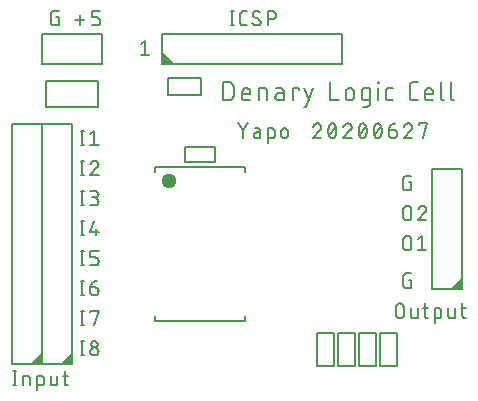
<source format=gto>
G04 EAGLE Gerber RS-274X export*
G75*
%MOMM*%
%FSLAX34Y34*%
%LPD*%
%INSilkscreen Top*%
%IPPOS*%
%AMOC8*
5,1,8,0,0,1.08239X$1,22.5*%
G01*
%ADD10C,0.177800*%
%ADD11C,0.203200*%
%ADD12C,0.127000*%
%ADD13C,1.280619*%

G36*
X142963Y285132D02*
X142963Y285132D01*
X143051Y285141D01*
X143072Y285151D01*
X143096Y285155D01*
X143173Y285201D01*
X143252Y285240D01*
X143269Y285257D01*
X143289Y285270D01*
X143345Y285339D01*
X143406Y285403D01*
X143415Y285425D01*
X143430Y285444D01*
X143459Y285528D01*
X143494Y285610D01*
X143495Y285634D01*
X143502Y285656D01*
X143500Y285745D01*
X143504Y285834D01*
X143496Y285857D01*
X143496Y285881D01*
X143462Y285963D01*
X143435Y286048D01*
X143419Y286069D01*
X143411Y286088D01*
X143377Y286126D01*
X143323Y286198D01*
X133798Y295723D01*
X133766Y295746D01*
X133746Y295768D01*
X133711Y295786D01*
X133656Y295830D01*
X133634Y295838D01*
X133614Y295852D01*
X133552Y295868D01*
X133547Y295870D01*
X133534Y295872D01*
X133528Y295874D01*
X133444Y295902D01*
X133420Y295902D01*
X133397Y295908D01*
X133308Y295898D01*
X133219Y295896D01*
X133197Y295887D01*
X133174Y295884D01*
X133094Y295845D01*
X133012Y295811D01*
X132994Y295795D01*
X132973Y295785D01*
X132912Y295720D01*
X132846Y295660D01*
X132835Y295639D01*
X132819Y295622D01*
X132800Y295576D01*
X132795Y295570D01*
X132785Y295542D01*
X132784Y295540D01*
X132743Y295460D01*
X132740Y295434D01*
X132731Y295415D01*
X132730Y295378D01*
X132723Y295357D01*
X132724Y295328D01*
X132716Y295275D01*
X132716Y285750D01*
X132727Y285685D01*
X132729Y285619D01*
X132747Y285576D01*
X132755Y285529D01*
X132789Y285472D01*
X132814Y285412D01*
X132845Y285377D01*
X132870Y285336D01*
X132921Y285295D01*
X132965Y285246D01*
X133007Y285224D01*
X133044Y285195D01*
X133106Y285174D01*
X133165Y285143D01*
X133219Y285135D01*
X133256Y285123D01*
X133296Y285124D01*
X133350Y285116D01*
X142875Y285116D01*
X142963Y285132D01*
G37*
G36*
X387415Y94627D02*
X387415Y94627D01*
X387481Y94629D01*
X387524Y94647D01*
X387571Y94655D01*
X387628Y94689D01*
X387688Y94714D01*
X387723Y94745D01*
X387764Y94770D01*
X387806Y94821D01*
X387854Y94865D01*
X387876Y94907D01*
X387905Y94944D01*
X387926Y95006D01*
X387957Y95065D01*
X387965Y95119D01*
X387977Y95156D01*
X387976Y95196D01*
X387984Y95250D01*
X387984Y104775D01*
X387972Y104842D01*
X387971Y104894D01*
X387963Y104912D01*
X387959Y104951D01*
X387949Y104972D01*
X387945Y104996D01*
X387899Y105073D01*
X387894Y105082D01*
X387886Y105102D01*
X387883Y105106D01*
X387860Y105152D01*
X387843Y105169D01*
X387830Y105189D01*
X387761Y105245D01*
X387697Y105306D01*
X387675Y105315D01*
X387656Y105330D01*
X387572Y105359D01*
X387490Y105394D01*
X387466Y105395D01*
X387444Y105402D01*
X387355Y105400D01*
X387266Y105404D01*
X387243Y105396D01*
X387219Y105396D01*
X387137Y105362D01*
X387133Y105361D01*
X387118Y105358D01*
X387110Y105354D01*
X387052Y105335D01*
X387031Y105319D01*
X387012Y105311D01*
X386974Y105277D01*
X386949Y105258D01*
X386925Y105244D01*
X386917Y105235D01*
X386902Y105223D01*
X377377Y95698D01*
X377326Y95625D01*
X377270Y95556D01*
X377262Y95534D01*
X377248Y95514D01*
X377226Y95428D01*
X377198Y95344D01*
X377198Y95320D01*
X377193Y95297D01*
X377202Y95208D01*
X377204Y95119D01*
X377213Y95097D01*
X377216Y95074D01*
X377255Y94994D01*
X377289Y94912D01*
X377305Y94894D01*
X377315Y94873D01*
X377380Y94812D01*
X377440Y94746D01*
X377461Y94735D01*
X377478Y94719D01*
X377560Y94684D01*
X377640Y94643D01*
X377666Y94640D01*
X377685Y94631D01*
X377735Y94629D01*
X377825Y94616D01*
X387350Y94616D01*
X387415Y94627D01*
G37*
G36*
X31815Y31127D02*
X31815Y31127D01*
X31881Y31129D01*
X31924Y31147D01*
X31971Y31155D01*
X32028Y31189D01*
X32088Y31214D01*
X32123Y31245D01*
X32164Y31270D01*
X32206Y31321D01*
X32254Y31365D01*
X32276Y31407D01*
X32305Y31444D01*
X32326Y31506D01*
X32357Y31565D01*
X32365Y31619D01*
X32377Y31656D01*
X32376Y31696D01*
X32384Y31750D01*
X32384Y41275D01*
X32372Y41342D01*
X32371Y41394D01*
X32363Y41412D01*
X32359Y41451D01*
X32349Y41472D01*
X32345Y41496D01*
X32299Y41573D01*
X32294Y41582D01*
X32286Y41602D01*
X32283Y41606D01*
X32260Y41652D01*
X32243Y41669D01*
X32230Y41689D01*
X32161Y41745D01*
X32097Y41806D01*
X32075Y41815D01*
X32056Y41830D01*
X31972Y41859D01*
X31890Y41894D01*
X31866Y41895D01*
X31844Y41902D01*
X31755Y41900D01*
X31666Y41904D01*
X31643Y41896D01*
X31619Y41896D01*
X31537Y41862D01*
X31533Y41861D01*
X31518Y41858D01*
X31510Y41854D01*
X31452Y41835D01*
X31431Y41819D01*
X31412Y41811D01*
X31374Y41777D01*
X31349Y41758D01*
X31325Y41744D01*
X31317Y41735D01*
X31302Y41723D01*
X21777Y32198D01*
X21726Y32125D01*
X21670Y32056D01*
X21662Y32034D01*
X21648Y32014D01*
X21626Y31928D01*
X21598Y31844D01*
X21598Y31820D01*
X21593Y31797D01*
X21602Y31708D01*
X21604Y31619D01*
X21613Y31597D01*
X21616Y31574D01*
X21655Y31494D01*
X21689Y31412D01*
X21705Y31394D01*
X21715Y31373D01*
X21780Y31312D01*
X21840Y31246D01*
X21861Y31235D01*
X21878Y31219D01*
X21960Y31184D01*
X22040Y31143D01*
X22066Y31140D01*
X22085Y31131D01*
X22135Y31129D01*
X22225Y31116D01*
X31750Y31116D01*
X31815Y31127D01*
G37*
G36*
X57215Y31127D02*
X57215Y31127D01*
X57281Y31129D01*
X57324Y31147D01*
X57371Y31155D01*
X57428Y31189D01*
X57488Y31214D01*
X57523Y31245D01*
X57564Y31270D01*
X57606Y31321D01*
X57654Y31365D01*
X57676Y31407D01*
X57705Y31444D01*
X57726Y31506D01*
X57757Y31565D01*
X57765Y31619D01*
X57777Y31656D01*
X57776Y31696D01*
X57784Y31750D01*
X57784Y41275D01*
X57772Y41342D01*
X57771Y41394D01*
X57763Y41412D01*
X57759Y41451D01*
X57749Y41472D01*
X57745Y41496D01*
X57699Y41573D01*
X57694Y41582D01*
X57686Y41602D01*
X57683Y41606D01*
X57660Y41652D01*
X57643Y41669D01*
X57630Y41689D01*
X57561Y41745D01*
X57497Y41806D01*
X57475Y41815D01*
X57456Y41830D01*
X57372Y41859D01*
X57290Y41894D01*
X57266Y41895D01*
X57244Y41902D01*
X57155Y41900D01*
X57066Y41904D01*
X57043Y41896D01*
X57019Y41896D01*
X56937Y41862D01*
X56933Y41861D01*
X56918Y41858D01*
X56910Y41854D01*
X56852Y41835D01*
X56831Y41819D01*
X56812Y41811D01*
X56774Y41777D01*
X56749Y41758D01*
X56725Y41744D01*
X56717Y41735D01*
X56702Y41723D01*
X47177Y32198D01*
X47126Y32125D01*
X47070Y32056D01*
X47062Y32034D01*
X47048Y32014D01*
X47026Y31928D01*
X46998Y31844D01*
X46998Y31820D01*
X46993Y31797D01*
X47002Y31708D01*
X47004Y31619D01*
X47013Y31597D01*
X47016Y31574D01*
X47055Y31494D01*
X47089Y31412D01*
X47105Y31394D01*
X47115Y31373D01*
X47180Y31312D01*
X47240Y31246D01*
X47261Y31235D01*
X47278Y31219D01*
X47360Y31184D01*
X47440Y31143D01*
X47466Y31140D01*
X47485Y31131D01*
X47535Y31129D01*
X47625Y31116D01*
X57150Y31116D01*
X57215Y31127D01*
G37*
D10*
X337439Y131346D02*
X337439Y136878D01*
X337441Y136995D01*
X337447Y137111D01*
X337457Y137228D01*
X337471Y137344D01*
X337488Y137459D01*
X337510Y137574D01*
X337535Y137688D01*
X337564Y137801D01*
X337598Y137913D01*
X337634Y138024D01*
X337675Y138133D01*
X337719Y138241D01*
X337767Y138348D01*
X337818Y138453D01*
X337873Y138556D01*
X337932Y138657D01*
X337994Y138756D01*
X338059Y138853D01*
X338127Y138948D01*
X338198Y139040D01*
X338273Y139130D01*
X338351Y139217D01*
X338431Y139302D01*
X338514Y139384D01*
X338600Y139463D01*
X338689Y139539D01*
X338780Y139612D01*
X338873Y139682D01*
X338969Y139748D01*
X339067Y139812D01*
X339168Y139872D01*
X339270Y139929D01*
X339374Y139982D01*
X339479Y140031D01*
X339587Y140077D01*
X339695Y140120D01*
X339806Y140159D01*
X339917Y140193D01*
X340029Y140225D01*
X340143Y140252D01*
X340257Y140276D01*
X340373Y140295D01*
X340488Y140311D01*
X340604Y140323D01*
X340721Y140331D01*
X340838Y140335D01*
X340954Y140335D01*
X341071Y140331D01*
X341188Y140323D01*
X341304Y140311D01*
X341419Y140295D01*
X341535Y140276D01*
X341649Y140252D01*
X341763Y140225D01*
X341875Y140193D01*
X341986Y140159D01*
X342097Y140120D01*
X342205Y140077D01*
X342313Y140031D01*
X342418Y139982D01*
X342522Y139929D01*
X342625Y139872D01*
X342725Y139812D01*
X342823Y139748D01*
X342919Y139682D01*
X343012Y139612D01*
X343103Y139539D01*
X343192Y139463D01*
X343278Y139384D01*
X343361Y139302D01*
X343441Y139217D01*
X343519Y139130D01*
X343594Y139040D01*
X343665Y138948D01*
X343733Y138853D01*
X343798Y138756D01*
X343860Y138657D01*
X343919Y138556D01*
X343974Y138453D01*
X344025Y138348D01*
X344073Y138241D01*
X344117Y138133D01*
X344158Y138024D01*
X344194Y137913D01*
X344228Y137801D01*
X344257Y137688D01*
X344282Y137574D01*
X344304Y137459D01*
X344321Y137344D01*
X344335Y137228D01*
X344345Y137111D01*
X344351Y136995D01*
X344353Y136878D01*
X344353Y131346D01*
X344351Y131229D01*
X344345Y131113D01*
X344335Y130996D01*
X344321Y130880D01*
X344304Y130765D01*
X344282Y130650D01*
X344257Y130536D01*
X344228Y130423D01*
X344194Y130311D01*
X344158Y130200D01*
X344117Y130091D01*
X344073Y129983D01*
X344025Y129876D01*
X343974Y129771D01*
X343919Y129668D01*
X343860Y129567D01*
X343798Y129468D01*
X343733Y129371D01*
X343665Y129276D01*
X343594Y129184D01*
X343519Y129094D01*
X343441Y129007D01*
X343361Y128922D01*
X343278Y128840D01*
X343192Y128761D01*
X343103Y128685D01*
X343012Y128612D01*
X342919Y128542D01*
X342823Y128476D01*
X342725Y128412D01*
X342625Y128352D01*
X342522Y128295D01*
X342418Y128242D01*
X342313Y128193D01*
X342205Y128147D01*
X342097Y128104D01*
X341986Y128065D01*
X341875Y128031D01*
X341763Y127999D01*
X341649Y127972D01*
X341535Y127948D01*
X341419Y127929D01*
X341304Y127913D01*
X341188Y127901D01*
X341071Y127893D01*
X340954Y127889D01*
X340838Y127889D01*
X340721Y127893D01*
X340604Y127901D01*
X340488Y127913D01*
X340373Y127929D01*
X340257Y127948D01*
X340143Y127972D01*
X340029Y127999D01*
X339917Y128031D01*
X339806Y128065D01*
X339695Y128104D01*
X339587Y128147D01*
X339479Y128193D01*
X339374Y128242D01*
X339270Y128295D01*
X339168Y128352D01*
X339067Y128412D01*
X338969Y128476D01*
X338873Y128542D01*
X338780Y128612D01*
X338689Y128685D01*
X338600Y128761D01*
X338514Y128840D01*
X338431Y128922D01*
X338351Y129007D01*
X338273Y129094D01*
X338198Y129184D01*
X338127Y129276D01*
X338059Y129371D01*
X337994Y129468D01*
X337932Y129567D01*
X337873Y129668D01*
X337818Y129771D01*
X337767Y129876D01*
X337719Y129983D01*
X337675Y130091D01*
X337634Y130200D01*
X337598Y130311D01*
X337564Y130423D01*
X337535Y130536D01*
X337510Y130650D01*
X337488Y130765D01*
X337471Y130880D01*
X337457Y130996D01*
X337447Y131113D01*
X337441Y131229D01*
X337439Y131346D01*
X350241Y137569D02*
X353698Y140335D01*
X353698Y127889D01*
X350241Y127889D02*
X357155Y127889D01*
X337439Y156746D02*
X337439Y162278D01*
X337441Y162395D01*
X337447Y162511D01*
X337457Y162628D01*
X337471Y162744D01*
X337488Y162859D01*
X337510Y162974D01*
X337535Y163088D01*
X337564Y163201D01*
X337598Y163313D01*
X337634Y163424D01*
X337675Y163533D01*
X337719Y163641D01*
X337767Y163748D01*
X337818Y163853D01*
X337873Y163956D01*
X337932Y164057D01*
X337994Y164156D01*
X338059Y164253D01*
X338127Y164348D01*
X338198Y164440D01*
X338273Y164530D01*
X338351Y164617D01*
X338431Y164702D01*
X338514Y164784D01*
X338600Y164863D01*
X338689Y164939D01*
X338780Y165012D01*
X338873Y165082D01*
X338969Y165148D01*
X339067Y165212D01*
X339168Y165272D01*
X339270Y165329D01*
X339374Y165382D01*
X339479Y165431D01*
X339587Y165477D01*
X339695Y165520D01*
X339806Y165559D01*
X339917Y165593D01*
X340029Y165625D01*
X340143Y165652D01*
X340257Y165676D01*
X340373Y165695D01*
X340488Y165711D01*
X340604Y165723D01*
X340721Y165731D01*
X340838Y165735D01*
X340954Y165735D01*
X341071Y165731D01*
X341188Y165723D01*
X341304Y165711D01*
X341419Y165695D01*
X341535Y165676D01*
X341649Y165652D01*
X341763Y165625D01*
X341875Y165593D01*
X341986Y165559D01*
X342097Y165520D01*
X342205Y165477D01*
X342313Y165431D01*
X342418Y165382D01*
X342522Y165329D01*
X342625Y165272D01*
X342725Y165212D01*
X342823Y165148D01*
X342919Y165082D01*
X343012Y165012D01*
X343103Y164939D01*
X343192Y164863D01*
X343278Y164784D01*
X343361Y164702D01*
X343441Y164617D01*
X343519Y164530D01*
X343594Y164440D01*
X343665Y164348D01*
X343733Y164253D01*
X343798Y164156D01*
X343860Y164057D01*
X343919Y163956D01*
X343974Y163853D01*
X344025Y163748D01*
X344073Y163641D01*
X344117Y163533D01*
X344158Y163424D01*
X344194Y163313D01*
X344228Y163201D01*
X344257Y163088D01*
X344282Y162974D01*
X344304Y162859D01*
X344321Y162744D01*
X344335Y162628D01*
X344345Y162511D01*
X344351Y162395D01*
X344353Y162278D01*
X344353Y156746D01*
X344351Y156629D01*
X344345Y156513D01*
X344335Y156396D01*
X344321Y156280D01*
X344304Y156165D01*
X344282Y156050D01*
X344257Y155936D01*
X344228Y155823D01*
X344194Y155711D01*
X344158Y155600D01*
X344117Y155491D01*
X344073Y155383D01*
X344025Y155276D01*
X343974Y155171D01*
X343919Y155068D01*
X343860Y154967D01*
X343798Y154868D01*
X343733Y154771D01*
X343665Y154676D01*
X343594Y154584D01*
X343519Y154494D01*
X343441Y154407D01*
X343361Y154322D01*
X343278Y154240D01*
X343192Y154161D01*
X343103Y154085D01*
X343012Y154012D01*
X342919Y153942D01*
X342823Y153876D01*
X342725Y153812D01*
X342625Y153752D01*
X342522Y153695D01*
X342418Y153642D01*
X342313Y153593D01*
X342205Y153547D01*
X342097Y153504D01*
X341986Y153465D01*
X341875Y153431D01*
X341763Y153399D01*
X341649Y153372D01*
X341535Y153348D01*
X341419Y153329D01*
X341304Y153313D01*
X341188Y153301D01*
X341071Y153293D01*
X340954Y153289D01*
X340838Y153289D01*
X340721Y153293D01*
X340604Y153301D01*
X340488Y153313D01*
X340373Y153329D01*
X340257Y153348D01*
X340143Y153372D01*
X340029Y153399D01*
X339917Y153431D01*
X339806Y153465D01*
X339695Y153504D01*
X339587Y153547D01*
X339479Y153593D01*
X339374Y153642D01*
X339270Y153695D01*
X339168Y153752D01*
X339067Y153812D01*
X338969Y153876D01*
X338873Y153942D01*
X338780Y154012D01*
X338689Y154085D01*
X338600Y154161D01*
X338514Y154240D01*
X338431Y154322D01*
X338351Y154407D01*
X338273Y154494D01*
X338198Y154584D01*
X338127Y154676D01*
X338059Y154771D01*
X337994Y154868D01*
X337932Y154967D01*
X337873Y155068D01*
X337818Y155171D01*
X337767Y155276D01*
X337719Y155383D01*
X337675Y155491D01*
X337634Y155600D01*
X337598Y155711D01*
X337564Y155823D01*
X337535Y155936D01*
X337510Y156050D01*
X337488Y156165D01*
X337471Y156280D01*
X337457Y156396D01*
X337447Y156513D01*
X337441Y156629D01*
X337439Y156746D01*
X354044Y165736D02*
X354155Y165734D01*
X354266Y165728D01*
X354377Y165718D01*
X354487Y165704D01*
X354597Y165687D01*
X354706Y165665D01*
X354814Y165639D01*
X354921Y165610D01*
X355027Y165577D01*
X355132Y165540D01*
X355235Y165499D01*
X355337Y165455D01*
X355437Y165407D01*
X355535Y165355D01*
X355632Y165300D01*
X355726Y165242D01*
X355819Y165180D01*
X355909Y165115D01*
X355997Y165047D01*
X356082Y164976D01*
X356165Y164902D01*
X356245Y164825D01*
X356322Y164745D01*
X356396Y164662D01*
X356467Y164577D01*
X356535Y164489D01*
X356600Y164399D01*
X356662Y164306D01*
X356720Y164212D01*
X356775Y164115D01*
X356827Y164017D01*
X356875Y163917D01*
X356919Y163815D01*
X356960Y163712D01*
X356997Y163607D01*
X357030Y163501D01*
X357059Y163394D01*
X357085Y163286D01*
X357107Y163177D01*
X357124Y163067D01*
X357138Y162957D01*
X357148Y162846D01*
X357154Y162735D01*
X357156Y162624D01*
X354044Y165735D02*
X353918Y165733D01*
X353793Y165727D01*
X353668Y165717D01*
X353543Y165703D01*
X353418Y165686D01*
X353294Y165664D01*
X353171Y165639D01*
X353049Y165609D01*
X352928Y165576D01*
X352808Y165539D01*
X352689Y165498D01*
X352572Y165454D01*
X352455Y165406D01*
X352341Y165354D01*
X352228Y165299D01*
X352117Y165240D01*
X352008Y165178D01*
X351901Y165112D01*
X351796Y165043D01*
X351693Y164971D01*
X351593Y164895D01*
X351495Y164816D01*
X351399Y164735D01*
X351306Y164650D01*
X351216Y164563D01*
X351129Y164472D01*
X351044Y164379D01*
X350963Y164284D01*
X350884Y164186D01*
X350809Y164085D01*
X350736Y163982D01*
X350668Y163877D01*
X350602Y163770D01*
X350540Y163661D01*
X350481Y163550D01*
X350426Y163437D01*
X350374Y163322D01*
X350326Y163206D01*
X350282Y163088D01*
X350241Y162970D01*
X356118Y160204D02*
X356198Y160283D01*
X356276Y160365D01*
X356351Y160449D01*
X356422Y160536D01*
X356491Y160625D01*
X356557Y160717D01*
X356620Y160810D01*
X356680Y160906D01*
X356736Y161004D01*
X356789Y161103D01*
X356839Y161205D01*
X356885Y161307D01*
X356927Y161412D01*
X356967Y161518D01*
X357002Y161625D01*
X357034Y161733D01*
X357062Y161842D01*
X357087Y161952D01*
X357108Y162063D01*
X357125Y162174D01*
X357138Y162286D01*
X357147Y162399D01*
X357153Y162511D01*
X357155Y162624D01*
X356118Y160203D02*
X350241Y153289D01*
X357155Y153289D01*
X344353Y185603D02*
X342279Y185603D01*
X344353Y185603D02*
X344353Y178689D01*
X340205Y178689D01*
X340102Y178691D01*
X339998Y178697D01*
X339895Y178706D01*
X339793Y178720D01*
X339691Y178737D01*
X339590Y178758D01*
X339489Y178783D01*
X339390Y178812D01*
X339291Y178844D01*
X339194Y178880D01*
X339099Y178920D01*
X339005Y178963D01*
X338913Y179010D01*
X338822Y179060D01*
X338733Y179113D01*
X338647Y179170D01*
X338562Y179229D01*
X338480Y179292D01*
X338401Y179358D01*
X338324Y179427D01*
X338249Y179499D01*
X338177Y179574D01*
X338108Y179651D01*
X338042Y179730D01*
X337979Y179812D01*
X337920Y179897D01*
X337863Y179983D01*
X337810Y180072D01*
X337760Y180163D01*
X337713Y180255D01*
X337670Y180349D01*
X337630Y180444D01*
X337594Y180541D01*
X337562Y180640D01*
X337533Y180739D01*
X337508Y180840D01*
X337487Y180941D01*
X337470Y181043D01*
X337456Y181145D01*
X337447Y181248D01*
X337441Y181352D01*
X337439Y181455D01*
X337439Y188369D01*
X337441Y188472D01*
X337447Y188576D01*
X337456Y188679D01*
X337470Y188781D01*
X337487Y188883D01*
X337508Y188984D01*
X337533Y189085D01*
X337562Y189184D01*
X337594Y189283D01*
X337630Y189380D01*
X337670Y189475D01*
X337713Y189569D01*
X337760Y189661D01*
X337810Y189752D01*
X337863Y189841D01*
X337920Y189927D01*
X337979Y190011D01*
X338042Y190094D01*
X338108Y190173D01*
X338177Y190250D01*
X338249Y190325D01*
X338324Y190397D01*
X338401Y190466D01*
X338480Y190532D01*
X338562Y190595D01*
X338647Y190654D01*
X338733Y190711D01*
X338822Y190764D01*
X338913Y190814D01*
X339005Y190861D01*
X339099Y190904D01*
X339194Y190944D01*
X339291Y190980D01*
X339390Y191012D01*
X339489Y191041D01*
X339589Y191066D01*
X339691Y191087D01*
X339793Y191104D01*
X339895Y191118D01*
X339998Y191127D01*
X340102Y191133D01*
X340205Y191135D01*
X344353Y191135D01*
X344353Y103053D02*
X342279Y103053D01*
X344353Y103053D02*
X344353Y96139D01*
X340205Y96139D01*
X340102Y96141D01*
X339998Y96147D01*
X339895Y96156D01*
X339793Y96170D01*
X339691Y96187D01*
X339590Y96208D01*
X339489Y96233D01*
X339390Y96262D01*
X339291Y96294D01*
X339194Y96330D01*
X339099Y96370D01*
X339005Y96413D01*
X338913Y96460D01*
X338822Y96510D01*
X338733Y96563D01*
X338647Y96620D01*
X338562Y96679D01*
X338480Y96742D01*
X338401Y96808D01*
X338324Y96877D01*
X338249Y96949D01*
X338177Y97024D01*
X338108Y97101D01*
X338042Y97180D01*
X337979Y97262D01*
X337920Y97347D01*
X337863Y97433D01*
X337810Y97522D01*
X337760Y97613D01*
X337713Y97705D01*
X337670Y97799D01*
X337630Y97894D01*
X337594Y97991D01*
X337562Y98090D01*
X337533Y98189D01*
X337508Y98290D01*
X337487Y98391D01*
X337470Y98493D01*
X337456Y98595D01*
X337447Y98698D01*
X337441Y98802D01*
X337439Y98905D01*
X337439Y105819D01*
X337441Y105922D01*
X337447Y106026D01*
X337456Y106129D01*
X337470Y106231D01*
X337487Y106333D01*
X337508Y106434D01*
X337533Y106535D01*
X337562Y106634D01*
X337594Y106733D01*
X337630Y106830D01*
X337670Y106925D01*
X337713Y107019D01*
X337760Y107111D01*
X337810Y107202D01*
X337863Y107291D01*
X337920Y107377D01*
X337979Y107461D01*
X338042Y107544D01*
X338108Y107623D01*
X338177Y107700D01*
X338249Y107775D01*
X338324Y107847D01*
X338401Y107916D01*
X338480Y107982D01*
X338562Y108045D01*
X338647Y108104D01*
X338733Y108161D01*
X338822Y108214D01*
X338913Y108264D01*
X339005Y108311D01*
X339099Y108354D01*
X339194Y108394D01*
X339291Y108430D01*
X339390Y108462D01*
X339489Y108491D01*
X339589Y108516D01*
X339691Y108537D01*
X339793Y108554D01*
X339895Y108568D01*
X339998Y108577D01*
X340102Y108583D01*
X340205Y108585D01*
X344353Y108585D01*
X65772Y216789D02*
X65772Y229235D01*
X64389Y216789D02*
X67155Y216789D01*
X67155Y229235D02*
X64389Y229235D01*
X72556Y226469D02*
X76013Y229235D01*
X76013Y216789D01*
X72556Y216789D02*
X79470Y216789D01*
X65772Y203835D02*
X65772Y191389D01*
X64389Y191389D02*
X67155Y191389D01*
X67155Y203835D02*
X64389Y203835D01*
X76359Y203836D02*
X76470Y203834D01*
X76581Y203828D01*
X76692Y203818D01*
X76802Y203804D01*
X76912Y203787D01*
X77021Y203765D01*
X77129Y203739D01*
X77236Y203710D01*
X77342Y203677D01*
X77447Y203640D01*
X77550Y203599D01*
X77652Y203555D01*
X77752Y203507D01*
X77850Y203455D01*
X77947Y203400D01*
X78041Y203342D01*
X78134Y203280D01*
X78224Y203215D01*
X78312Y203147D01*
X78397Y203076D01*
X78480Y203002D01*
X78560Y202925D01*
X78637Y202845D01*
X78711Y202762D01*
X78782Y202677D01*
X78850Y202589D01*
X78915Y202499D01*
X78977Y202406D01*
X79035Y202312D01*
X79090Y202215D01*
X79142Y202117D01*
X79190Y202017D01*
X79234Y201915D01*
X79275Y201812D01*
X79312Y201707D01*
X79345Y201601D01*
X79374Y201494D01*
X79400Y201386D01*
X79422Y201277D01*
X79439Y201167D01*
X79453Y201057D01*
X79463Y200946D01*
X79469Y200835D01*
X79471Y200724D01*
X76359Y203835D02*
X76233Y203833D01*
X76108Y203827D01*
X75983Y203817D01*
X75858Y203803D01*
X75733Y203786D01*
X75609Y203764D01*
X75486Y203739D01*
X75364Y203709D01*
X75243Y203676D01*
X75123Y203639D01*
X75004Y203598D01*
X74887Y203554D01*
X74770Y203506D01*
X74656Y203454D01*
X74543Y203399D01*
X74432Y203340D01*
X74323Y203278D01*
X74216Y203212D01*
X74111Y203143D01*
X74008Y203071D01*
X73908Y202995D01*
X73810Y202916D01*
X73714Y202835D01*
X73621Y202750D01*
X73531Y202663D01*
X73444Y202572D01*
X73359Y202479D01*
X73278Y202384D01*
X73199Y202286D01*
X73124Y202185D01*
X73051Y202082D01*
X72983Y201977D01*
X72917Y201870D01*
X72855Y201761D01*
X72796Y201650D01*
X72741Y201537D01*
X72689Y201422D01*
X72641Y201306D01*
X72597Y201188D01*
X72556Y201070D01*
X78433Y198304D02*
X78513Y198383D01*
X78591Y198465D01*
X78666Y198549D01*
X78737Y198636D01*
X78806Y198725D01*
X78872Y198817D01*
X78935Y198910D01*
X78995Y199006D01*
X79051Y199104D01*
X79104Y199203D01*
X79154Y199305D01*
X79200Y199407D01*
X79242Y199512D01*
X79282Y199618D01*
X79317Y199725D01*
X79349Y199833D01*
X79377Y199942D01*
X79402Y200052D01*
X79423Y200163D01*
X79440Y200274D01*
X79453Y200386D01*
X79462Y200499D01*
X79468Y200611D01*
X79470Y200724D01*
X78433Y198303D02*
X72556Y191389D01*
X79470Y191389D01*
X65772Y178435D02*
X65772Y165989D01*
X64389Y165989D02*
X67155Y165989D01*
X67155Y178435D02*
X64389Y178435D01*
X72556Y165989D02*
X76013Y165989D01*
X76130Y165991D01*
X76246Y165997D01*
X76363Y166007D01*
X76479Y166021D01*
X76594Y166038D01*
X76709Y166060D01*
X76823Y166085D01*
X76936Y166114D01*
X77048Y166148D01*
X77159Y166184D01*
X77268Y166225D01*
X77376Y166269D01*
X77483Y166317D01*
X77588Y166368D01*
X77691Y166423D01*
X77792Y166482D01*
X77891Y166544D01*
X77988Y166609D01*
X78083Y166677D01*
X78175Y166748D01*
X78265Y166823D01*
X78352Y166901D01*
X78437Y166981D01*
X78519Y167064D01*
X78598Y167150D01*
X78674Y167239D01*
X78747Y167330D01*
X78817Y167423D01*
X78883Y167519D01*
X78947Y167617D01*
X79007Y167717D01*
X79064Y167820D01*
X79117Y167924D01*
X79166Y168029D01*
X79212Y168137D01*
X79255Y168245D01*
X79294Y168356D01*
X79328Y168467D01*
X79360Y168579D01*
X79387Y168693D01*
X79411Y168807D01*
X79430Y168923D01*
X79446Y169038D01*
X79458Y169154D01*
X79466Y169271D01*
X79470Y169388D01*
X79470Y169504D01*
X79466Y169621D01*
X79458Y169738D01*
X79446Y169854D01*
X79430Y169969D01*
X79411Y170085D01*
X79387Y170199D01*
X79360Y170313D01*
X79328Y170425D01*
X79294Y170536D01*
X79255Y170647D01*
X79212Y170755D01*
X79166Y170863D01*
X79117Y170968D01*
X79064Y171072D01*
X79007Y171174D01*
X78947Y171275D01*
X78883Y171373D01*
X78817Y171469D01*
X78747Y171562D01*
X78674Y171653D01*
X78598Y171742D01*
X78519Y171828D01*
X78437Y171911D01*
X78352Y171991D01*
X78265Y172069D01*
X78175Y172144D01*
X78083Y172215D01*
X77988Y172283D01*
X77891Y172348D01*
X77792Y172410D01*
X77691Y172469D01*
X77588Y172524D01*
X77483Y172575D01*
X77376Y172623D01*
X77268Y172667D01*
X77159Y172708D01*
X77048Y172744D01*
X76936Y172778D01*
X76823Y172807D01*
X76709Y172832D01*
X76594Y172854D01*
X76479Y172871D01*
X76363Y172885D01*
X76246Y172895D01*
X76130Y172901D01*
X76013Y172903D01*
X76705Y178435D02*
X72556Y178435D01*
X76705Y178435D02*
X76808Y178433D01*
X76912Y178427D01*
X77015Y178418D01*
X77117Y178404D01*
X77219Y178387D01*
X77320Y178366D01*
X77421Y178341D01*
X77520Y178312D01*
X77619Y178280D01*
X77716Y178244D01*
X77811Y178204D01*
X77905Y178161D01*
X77997Y178114D01*
X78088Y178064D01*
X78177Y178011D01*
X78263Y177954D01*
X78348Y177895D01*
X78430Y177832D01*
X78509Y177766D01*
X78586Y177697D01*
X78661Y177625D01*
X78733Y177550D01*
X78802Y177473D01*
X78868Y177394D01*
X78931Y177312D01*
X78990Y177227D01*
X79047Y177141D01*
X79100Y177052D01*
X79150Y176961D01*
X79197Y176869D01*
X79240Y176775D01*
X79280Y176680D01*
X79316Y176583D01*
X79348Y176484D01*
X79377Y176385D01*
X79402Y176284D01*
X79423Y176183D01*
X79440Y176081D01*
X79454Y175979D01*
X79463Y175876D01*
X79469Y175772D01*
X79471Y175669D01*
X79469Y175566D01*
X79463Y175462D01*
X79454Y175359D01*
X79440Y175257D01*
X79423Y175155D01*
X79402Y175054D01*
X79377Y174953D01*
X79348Y174854D01*
X79316Y174755D01*
X79280Y174658D01*
X79240Y174563D01*
X79197Y174469D01*
X79150Y174377D01*
X79100Y174286D01*
X79047Y174197D01*
X78990Y174111D01*
X78931Y174026D01*
X78868Y173944D01*
X78802Y173865D01*
X78733Y173788D01*
X78661Y173713D01*
X78586Y173641D01*
X78509Y173572D01*
X78430Y173506D01*
X78348Y173443D01*
X78263Y173384D01*
X78177Y173327D01*
X78088Y173274D01*
X77997Y173224D01*
X77905Y173177D01*
X77811Y173134D01*
X77716Y173094D01*
X77619Y173058D01*
X77520Y173026D01*
X77421Y172997D01*
X77320Y172972D01*
X77219Y172951D01*
X77117Y172934D01*
X77015Y172920D01*
X76912Y172911D01*
X76808Y172905D01*
X76705Y172903D01*
X73939Y172903D01*
X65772Y153035D02*
X65772Y140589D01*
X64389Y140589D02*
X67155Y140589D01*
X67155Y153035D02*
X64389Y153035D01*
X75322Y153035D02*
X72556Y143355D01*
X79470Y143355D01*
X77396Y146121D02*
X77396Y140589D01*
X65772Y127635D02*
X65772Y115189D01*
X64389Y115189D02*
X67155Y115189D01*
X67155Y127635D02*
X64389Y127635D01*
X72556Y115189D02*
X76705Y115189D01*
X76808Y115191D01*
X76912Y115197D01*
X77015Y115206D01*
X77117Y115220D01*
X77219Y115237D01*
X77320Y115258D01*
X77421Y115283D01*
X77520Y115312D01*
X77619Y115344D01*
X77716Y115380D01*
X77811Y115420D01*
X77905Y115463D01*
X77997Y115510D01*
X78088Y115560D01*
X78177Y115613D01*
X78263Y115670D01*
X78347Y115729D01*
X78430Y115792D01*
X78509Y115858D01*
X78586Y115927D01*
X78661Y115999D01*
X78733Y116074D01*
X78802Y116151D01*
X78868Y116230D01*
X78931Y116312D01*
X78990Y116397D01*
X79047Y116483D01*
X79100Y116572D01*
X79150Y116663D01*
X79197Y116755D01*
X79240Y116849D01*
X79280Y116944D01*
X79316Y117041D01*
X79348Y117140D01*
X79377Y117239D01*
X79402Y117339D01*
X79423Y117441D01*
X79440Y117543D01*
X79454Y117645D01*
X79463Y117748D01*
X79469Y117852D01*
X79471Y117955D01*
X79470Y117955D02*
X79470Y119338D01*
X79471Y119338D02*
X79469Y119441D01*
X79463Y119545D01*
X79454Y119648D01*
X79440Y119750D01*
X79423Y119852D01*
X79402Y119953D01*
X79377Y120054D01*
X79348Y120153D01*
X79316Y120252D01*
X79280Y120349D01*
X79240Y120444D01*
X79197Y120538D01*
X79150Y120630D01*
X79100Y120721D01*
X79047Y120810D01*
X78990Y120896D01*
X78931Y120981D01*
X78868Y121063D01*
X78802Y121142D01*
X78733Y121219D01*
X78661Y121294D01*
X78586Y121366D01*
X78509Y121435D01*
X78430Y121501D01*
X78348Y121564D01*
X78263Y121623D01*
X78177Y121680D01*
X78088Y121733D01*
X77997Y121783D01*
X77905Y121830D01*
X77811Y121873D01*
X77716Y121913D01*
X77619Y121949D01*
X77520Y121981D01*
X77421Y122010D01*
X77320Y122035D01*
X77219Y122056D01*
X77117Y122073D01*
X77015Y122087D01*
X76912Y122096D01*
X76808Y122102D01*
X76705Y122104D01*
X76705Y122103D02*
X72556Y122103D01*
X72556Y127635D01*
X79470Y127635D01*
X65772Y102235D02*
X65772Y89789D01*
X64389Y89789D02*
X67155Y89789D01*
X67155Y102235D02*
X64389Y102235D01*
X72556Y96703D02*
X76705Y96703D01*
X76705Y96704D02*
X76808Y96702D01*
X76912Y96696D01*
X77015Y96687D01*
X77117Y96673D01*
X77219Y96656D01*
X77320Y96635D01*
X77421Y96610D01*
X77520Y96581D01*
X77619Y96549D01*
X77716Y96513D01*
X77811Y96473D01*
X77905Y96430D01*
X77997Y96383D01*
X78088Y96333D01*
X78177Y96280D01*
X78263Y96223D01*
X78348Y96164D01*
X78430Y96101D01*
X78509Y96035D01*
X78586Y95966D01*
X78661Y95894D01*
X78733Y95819D01*
X78802Y95742D01*
X78868Y95663D01*
X78931Y95581D01*
X78990Y95496D01*
X79047Y95410D01*
X79100Y95321D01*
X79150Y95230D01*
X79197Y95138D01*
X79240Y95044D01*
X79280Y94949D01*
X79316Y94852D01*
X79348Y94753D01*
X79377Y94654D01*
X79402Y94553D01*
X79423Y94452D01*
X79440Y94350D01*
X79454Y94248D01*
X79463Y94145D01*
X79469Y94041D01*
X79471Y93938D01*
X79470Y93938D02*
X79470Y93246D01*
X79468Y93129D01*
X79462Y93013D01*
X79452Y92896D01*
X79438Y92780D01*
X79421Y92665D01*
X79399Y92550D01*
X79374Y92436D01*
X79345Y92323D01*
X79311Y92211D01*
X79275Y92100D01*
X79234Y91991D01*
X79190Y91883D01*
X79142Y91776D01*
X79091Y91671D01*
X79036Y91568D01*
X78977Y91467D01*
X78915Y91368D01*
X78850Y91271D01*
X78782Y91176D01*
X78711Y91084D01*
X78636Y90994D01*
X78558Y90907D01*
X78478Y90822D01*
X78395Y90740D01*
X78309Y90661D01*
X78220Y90585D01*
X78129Y90512D01*
X78036Y90442D01*
X77940Y90376D01*
X77842Y90312D01*
X77741Y90252D01*
X77639Y90195D01*
X77535Y90142D01*
X77430Y90093D01*
X77322Y90047D01*
X77214Y90004D01*
X77103Y89965D01*
X76992Y89931D01*
X76880Y89899D01*
X76766Y89872D01*
X76652Y89848D01*
X76536Y89829D01*
X76421Y89813D01*
X76305Y89801D01*
X76188Y89793D01*
X76071Y89789D01*
X75955Y89789D01*
X75838Y89793D01*
X75721Y89801D01*
X75605Y89813D01*
X75490Y89829D01*
X75374Y89848D01*
X75260Y89872D01*
X75146Y89899D01*
X75034Y89931D01*
X74923Y89965D01*
X74812Y90004D01*
X74704Y90047D01*
X74596Y90093D01*
X74491Y90142D01*
X74387Y90195D01*
X74284Y90252D01*
X74184Y90312D01*
X74086Y90376D01*
X73990Y90442D01*
X73897Y90512D01*
X73806Y90585D01*
X73717Y90661D01*
X73631Y90740D01*
X73548Y90822D01*
X73468Y90907D01*
X73390Y90994D01*
X73315Y91084D01*
X73244Y91176D01*
X73176Y91271D01*
X73111Y91368D01*
X73049Y91467D01*
X72990Y91568D01*
X72935Y91671D01*
X72884Y91776D01*
X72836Y91883D01*
X72792Y91991D01*
X72751Y92100D01*
X72715Y92211D01*
X72681Y92323D01*
X72652Y92436D01*
X72627Y92550D01*
X72605Y92665D01*
X72588Y92780D01*
X72574Y92896D01*
X72564Y93013D01*
X72558Y93129D01*
X72556Y93246D01*
X72556Y96703D01*
X72555Y96703D02*
X72557Y96850D01*
X72563Y96997D01*
X72573Y97144D01*
X72586Y97291D01*
X72604Y97437D01*
X72625Y97583D01*
X72651Y97728D01*
X72680Y97872D01*
X72713Y98016D01*
X72750Y98158D01*
X72791Y98300D01*
X72835Y98440D01*
X72883Y98580D01*
X72935Y98718D01*
X72990Y98854D01*
X73049Y98989D01*
X73112Y99122D01*
X73178Y99254D01*
X73248Y99384D01*
X73321Y99511D01*
X73397Y99637D01*
X73477Y99761D01*
X73560Y99883D01*
X73646Y100002D01*
X73736Y100119D01*
X73828Y100234D01*
X73924Y100346D01*
X74022Y100455D01*
X74124Y100562D01*
X74228Y100666D01*
X74335Y100768D01*
X74444Y100866D01*
X74556Y100962D01*
X74671Y101054D01*
X74788Y101144D01*
X74907Y101230D01*
X75029Y101313D01*
X75153Y101393D01*
X75279Y101469D01*
X75406Y101542D01*
X75536Y101612D01*
X75668Y101678D01*
X75801Y101741D01*
X75936Y101800D01*
X76072Y101855D01*
X76210Y101907D01*
X76350Y101955D01*
X76490Y101999D01*
X76631Y102040D01*
X76774Y102077D01*
X76918Y102110D01*
X77062Y102139D01*
X77207Y102165D01*
X77353Y102186D01*
X77499Y102204D01*
X77646Y102217D01*
X77793Y102227D01*
X77940Y102233D01*
X78087Y102235D01*
X65772Y76835D02*
X65772Y64389D01*
X64389Y64389D02*
X67155Y64389D01*
X67155Y76835D02*
X64389Y76835D01*
X72556Y76835D02*
X72556Y75452D01*
X72556Y76835D02*
X79470Y76835D01*
X76013Y64389D01*
X65772Y51435D02*
X65772Y38989D01*
X64389Y38989D02*
X67155Y38989D01*
X67155Y51435D02*
X64389Y51435D01*
X72556Y42446D02*
X72558Y42563D01*
X72564Y42679D01*
X72574Y42796D01*
X72588Y42912D01*
X72605Y43027D01*
X72627Y43142D01*
X72652Y43256D01*
X72681Y43369D01*
X72715Y43481D01*
X72751Y43592D01*
X72792Y43701D01*
X72836Y43809D01*
X72884Y43916D01*
X72935Y44021D01*
X72990Y44124D01*
X73049Y44225D01*
X73111Y44324D01*
X73176Y44421D01*
X73244Y44516D01*
X73315Y44608D01*
X73390Y44698D01*
X73468Y44785D01*
X73548Y44870D01*
X73631Y44952D01*
X73717Y45031D01*
X73806Y45107D01*
X73897Y45180D01*
X73990Y45250D01*
X74086Y45316D01*
X74184Y45380D01*
X74285Y45440D01*
X74387Y45497D01*
X74491Y45550D01*
X74596Y45599D01*
X74704Y45645D01*
X74812Y45688D01*
X74923Y45727D01*
X75034Y45761D01*
X75146Y45793D01*
X75260Y45820D01*
X75374Y45844D01*
X75490Y45863D01*
X75605Y45879D01*
X75721Y45891D01*
X75838Y45899D01*
X75955Y45903D01*
X76071Y45903D01*
X76188Y45899D01*
X76305Y45891D01*
X76421Y45879D01*
X76536Y45863D01*
X76652Y45844D01*
X76766Y45820D01*
X76880Y45793D01*
X76992Y45761D01*
X77103Y45727D01*
X77214Y45688D01*
X77322Y45645D01*
X77430Y45599D01*
X77535Y45550D01*
X77639Y45497D01*
X77742Y45440D01*
X77842Y45380D01*
X77940Y45316D01*
X78036Y45250D01*
X78129Y45180D01*
X78220Y45107D01*
X78309Y45031D01*
X78395Y44952D01*
X78478Y44870D01*
X78558Y44785D01*
X78636Y44698D01*
X78711Y44608D01*
X78782Y44516D01*
X78850Y44421D01*
X78915Y44324D01*
X78977Y44225D01*
X79036Y44124D01*
X79091Y44021D01*
X79142Y43916D01*
X79190Y43809D01*
X79234Y43701D01*
X79275Y43592D01*
X79311Y43481D01*
X79345Y43369D01*
X79374Y43256D01*
X79399Y43142D01*
X79421Y43027D01*
X79438Y42912D01*
X79452Y42796D01*
X79462Y42679D01*
X79468Y42563D01*
X79470Y42446D01*
X79468Y42329D01*
X79462Y42213D01*
X79452Y42096D01*
X79438Y41980D01*
X79421Y41865D01*
X79399Y41750D01*
X79374Y41636D01*
X79345Y41523D01*
X79311Y41411D01*
X79275Y41300D01*
X79234Y41191D01*
X79190Y41083D01*
X79142Y40976D01*
X79091Y40871D01*
X79036Y40768D01*
X78977Y40667D01*
X78915Y40568D01*
X78850Y40471D01*
X78782Y40376D01*
X78711Y40284D01*
X78636Y40194D01*
X78558Y40107D01*
X78478Y40022D01*
X78395Y39940D01*
X78309Y39861D01*
X78220Y39785D01*
X78129Y39712D01*
X78036Y39642D01*
X77940Y39576D01*
X77842Y39512D01*
X77741Y39452D01*
X77639Y39395D01*
X77535Y39342D01*
X77430Y39293D01*
X77322Y39247D01*
X77214Y39204D01*
X77103Y39165D01*
X76992Y39131D01*
X76880Y39099D01*
X76766Y39072D01*
X76652Y39048D01*
X76536Y39029D01*
X76421Y39013D01*
X76305Y39001D01*
X76188Y38993D01*
X76071Y38989D01*
X75955Y38989D01*
X75838Y38993D01*
X75721Y39001D01*
X75605Y39013D01*
X75490Y39029D01*
X75374Y39048D01*
X75260Y39072D01*
X75146Y39099D01*
X75034Y39131D01*
X74923Y39165D01*
X74812Y39204D01*
X74704Y39247D01*
X74596Y39293D01*
X74491Y39342D01*
X74387Y39395D01*
X74284Y39452D01*
X74184Y39512D01*
X74086Y39576D01*
X73990Y39642D01*
X73897Y39712D01*
X73806Y39785D01*
X73717Y39861D01*
X73631Y39940D01*
X73548Y40022D01*
X73468Y40107D01*
X73390Y40194D01*
X73315Y40284D01*
X73244Y40376D01*
X73176Y40471D01*
X73111Y40568D01*
X73049Y40667D01*
X72990Y40768D01*
X72935Y40871D01*
X72884Y40976D01*
X72836Y41083D01*
X72792Y41191D01*
X72751Y41300D01*
X72715Y41411D01*
X72681Y41523D01*
X72652Y41636D01*
X72627Y41750D01*
X72605Y41865D01*
X72588Y41980D01*
X72574Y42096D01*
X72564Y42213D01*
X72558Y42329D01*
X72556Y42446D01*
X73247Y48669D02*
X73249Y48772D01*
X73255Y48876D01*
X73264Y48979D01*
X73278Y49081D01*
X73295Y49183D01*
X73316Y49284D01*
X73341Y49385D01*
X73370Y49484D01*
X73402Y49583D01*
X73438Y49680D01*
X73478Y49775D01*
X73521Y49869D01*
X73568Y49961D01*
X73618Y50052D01*
X73671Y50141D01*
X73728Y50227D01*
X73787Y50312D01*
X73850Y50394D01*
X73916Y50473D01*
X73985Y50550D01*
X74057Y50625D01*
X74132Y50697D01*
X74209Y50766D01*
X74288Y50832D01*
X74370Y50895D01*
X74455Y50954D01*
X74541Y51011D01*
X74630Y51064D01*
X74721Y51114D01*
X74813Y51161D01*
X74907Y51204D01*
X75002Y51244D01*
X75099Y51280D01*
X75198Y51312D01*
X75297Y51341D01*
X75398Y51366D01*
X75499Y51387D01*
X75601Y51404D01*
X75703Y51418D01*
X75806Y51427D01*
X75910Y51433D01*
X76013Y51435D01*
X76116Y51433D01*
X76220Y51427D01*
X76323Y51418D01*
X76425Y51404D01*
X76527Y51387D01*
X76628Y51366D01*
X76729Y51341D01*
X76828Y51312D01*
X76927Y51280D01*
X77024Y51244D01*
X77119Y51204D01*
X77213Y51161D01*
X77305Y51114D01*
X77396Y51064D01*
X77485Y51011D01*
X77571Y50954D01*
X77656Y50895D01*
X77738Y50832D01*
X77817Y50766D01*
X77894Y50697D01*
X77969Y50625D01*
X78041Y50550D01*
X78110Y50473D01*
X78176Y50394D01*
X78239Y50312D01*
X78298Y50227D01*
X78355Y50141D01*
X78408Y50052D01*
X78458Y49961D01*
X78505Y49869D01*
X78548Y49775D01*
X78588Y49680D01*
X78624Y49583D01*
X78656Y49484D01*
X78685Y49385D01*
X78710Y49284D01*
X78731Y49183D01*
X78748Y49081D01*
X78762Y48979D01*
X78771Y48876D01*
X78777Y48772D01*
X78779Y48669D01*
X78777Y48566D01*
X78771Y48462D01*
X78762Y48359D01*
X78748Y48257D01*
X78731Y48155D01*
X78710Y48054D01*
X78685Y47953D01*
X78656Y47854D01*
X78624Y47755D01*
X78588Y47658D01*
X78548Y47563D01*
X78505Y47469D01*
X78458Y47377D01*
X78408Y47286D01*
X78355Y47197D01*
X78298Y47111D01*
X78239Y47026D01*
X78176Y46944D01*
X78110Y46865D01*
X78041Y46788D01*
X77969Y46713D01*
X77894Y46641D01*
X77817Y46572D01*
X77738Y46506D01*
X77656Y46443D01*
X77571Y46384D01*
X77485Y46327D01*
X77396Y46274D01*
X77305Y46224D01*
X77213Y46177D01*
X77119Y46134D01*
X77024Y46094D01*
X76927Y46058D01*
X76828Y46026D01*
X76729Y45997D01*
X76628Y45972D01*
X76527Y45951D01*
X76425Y45934D01*
X76323Y45920D01*
X76220Y45911D01*
X76116Y45905D01*
X76013Y45903D01*
X75910Y45905D01*
X75806Y45911D01*
X75703Y45920D01*
X75601Y45934D01*
X75499Y45951D01*
X75398Y45972D01*
X75297Y45997D01*
X75198Y46026D01*
X75099Y46058D01*
X75002Y46094D01*
X74907Y46134D01*
X74813Y46177D01*
X74721Y46224D01*
X74630Y46274D01*
X74541Y46327D01*
X74455Y46384D01*
X74370Y46443D01*
X74288Y46506D01*
X74209Y46572D01*
X74132Y46641D01*
X74057Y46713D01*
X73985Y46788D01*
X73916Y46865D01*
X73850Y46944D01*
X73787Y47026D01*
X73728Y47111D01*
X73671Y47197D01*
X73618Y47286D01*
X73568Y47377D01*
X73521Y47469D01*
X73478Y47563D01*
X73438Y47658D01*
X73402Y47755D01*
X73370Y47854D01*
X73341Y47953D01*
X73316Y48054D01*
X73295Y48155D01*
X73278Y48257D01*
X73264Y48359D01*
X73255Y48462D01*
X73249Y48566D01*
X73247Y48669D01*
X67606Y323229D02*
X59309Y323229D01*
X63458Y319080D02*
X63458Y327378D01*
X73655Y318389D02*
X77804Y318389D01*
X77907Y318391D01*
X78011Y318397D01*
X78114Y318406D01*
X78216Y318420D01*
X78318Y318437D01*
X78419Y318458D01*
X78520Y318483D01*
X78619Y318512D01*
X78718Y318544D01*
X78815Y318580D01*
X78910Y318620D01*
X79004Y318663D01*
X79096Y318710D01*
X79187Y318760D01*
X79276Y318813D01*
X79362Y318870D01*
X79446Y318929D01*
X79529Y318992D01*
X79608Y319058D01*
X79685Y319127D01*
X79760Y319199D01*
X79832Y319274D01*
X79901Y319351D01*
X79967Y319430D01*
X80030Y319512D01*
X80089Y319597D01*
X80146Y319683D01*
X80199Y319772D01*
X80249Y319863D01*
X80296Y319955D01*
X80339Y320049D01*
X80379Y320144D01*
X80415Y320241D01*
X80447Y320340D01*
X80476Y320439D01*
X80501Y320539D01*
X80522Y320641D01*
X80539Y320743D01*
X80553Y320845D01*
X80562Y320948D01*
X80568Y321052D01*
X80570Y321155D01*
X80570Y322538D01*
X80568Y322641D01*
X80562Y322745D01*
X80553Y322848D01*
X80539Y322950D01*
X80522Y323052D01*
X80501Y323153D01*
X80476Y323254D01*
X80447Y323353D01*
X80415Y323452D01*
X80379Y323549D01*
X80339Y323644D01*
X80296Y323738D01*
X80249Y323830D01*
X80199Y323921D01*
X80146Y324010D01*
X80089Y324096D01*
X80030Y324181D01*
X79967Y324263D01*
X79901Y324342D01*
X79832Y324419D01*
X79760Y324494D01*
X79685Y324566D01*
X79608Y324635D01*
X79529Y324701D01*
X79447Y324764D01*
X79362Y324823D01*
X79276Y324880D01*
X79187Y324933D01*
X79096Y324983D01*
X79004Y325030D01*
X78910Y325073D01*
X78815Y325113D01*
X78718Y325149D01*
X78619Y325181D01*
X78520Y325210D01*
X78419Y325235D01*
X78318Y325256D01*
X78216Y325273D01*
X78114Y325287D01*
X78011Y325296D01*
X77907Y325302D01*
X77804Y325304D01*
X77804Y325303D02*
X73655Y325303D01*
X73655Y330835D01*
X80570Y330835D01*
X45903Y325303D02*
X43829Y325303D01*
X45903Y325303D02*
X45903Y318389D01*
X41755Y318389D01*
X41652Y318391D01*
X41548Y318397D01*
X41445Y318406D01*
X41343Y318420D01*
X41241Y318437D01*
X41140Y318458D01*
X41039Y318483D01*
X40940Y318512D01*
X40841Y318544D01*
X40744Y318580D01*
X40649Y318620D01*
X40555Y318663D01*
X40463Y318710D01*
X40372Y318760D01*
X40283Y318813D01*
X40197Y318870D01*
X40112Y318929D01*
X40030Y318992D01*
X39951Y319058D01*
X39874Y319127D01*
X39799Y319199D01*
X39727Y319274D01*
X39658Y319351D01*
X39592Y319430D01*
X39529Y319512D01*
X39470Y319597D01*
X39413Y319683D01*
X39360Y319772D01*
X39310Y319863D01*
X39263Y319955D01*
X39220Y320049D01*
X39180Y320144D01*
X39144Y320241D01*
X39112Y320340D01*
X39083Y320439D01*
X39058Y320540D01*
X39037Y320641D01*
X39020Y320743D01*
X39006Y320845D01*
X38997Y320948D01*
X38991Y321052D01*
X38989Y321155D01*
X38989Y328069D01*
X38991Y328172D01*
X38997Y328276D01*
X39006Y328379D01*
X39020Y328481D01*
X39037Y328583D01*
X39058Y328684D01*
X39083Y328785D01*
X39112Y328884D01*
X39144Y328983D01*
X39180Y329080D01*
X39220Y329175D01*
X39263Y329269D01*
X39310Y329361D01*
X39360Y329452D01*
X39413Y329541D01*
X39470Y329627D01*
X39529Y329711D01*
X39592Y329794D01*
X39658Y329873D01*
X39727Y329950D01*
X39799Y330025D01*
X39874Y330097D01*
X39951Y330166D01*
X40030Y330232D01*
X40112Y330295D01*
X40197Y330354D01*
X40283Y330411D01*
X40372Y330464D01*
X40463Y330514D01*
X40555Y330561D01*
X40649Y330604D01*
X40744Y330644D01*
X40841Y330680D01*
X40940Y330712D01*
X41039Y330741D01*
X41139Y330766D01*
X41241Y330787D01*
X41343Y330804D01*
X41445Y330818D01*
X41548Y330827D01*
X41652Y330833D01*
X41755Y330835D01*
X45903Y330835D01*
X115189Y302669D02*
X118646Y305435D01*
X118646Y292989D01*
X115189Y292989D02*
X122103Y292989D01*
X192772Y318389D02*
X192772Y330835D01*
X191389Y318389D02*
X194155Y318389D01*
X194155Y330835D02*
X191389Y330835D01*
X202274Y318389D02*
X205040Y318389D01*
X202274Y318389D02*
X202171Y318391D01*
X202067Y318397D01*
X201964Y318406D01*
X201862Y318420D01*
X201760Y318437D01*
X201659Y318458D01*
X201558Y318483D01*
X201459Y318512D01*
X201360Y318544D01*
X201263Y318580D01*
X201168Y318620D01*
X201074Y318663D01*
X200982Y318710D01*
X200891Y318760D01*
X200802Y318813D01*
X200716Y318870D01*
X200631Y318929D01*
X200549Y318992D01*
X200470Y319058D01*
X200393Y319127D01*
X200318Y319199D01*
X200246Y319274D01*
X200177Y319351D01*
X200111Y319430D01*
X200048Y319512D01*
X199989Y319597D01*
X199932Y319683D01*
X199879Y319772D01*
X199829Y319863D01*
X199782Y319955D01*
X199739Y320049D01*
X199699Y320144D01*
X199663Y320241D01*
X199631Y320340D01*
X199602Y320439D01*
X199577Y320540D01*
X199556Y320641D01*
X199539Y320743D01*
X199525Y320845D01*
X199516Y320948D01*
X199510Y321052D01*
X199508Y321155D01*
X199508Y328069D01*
X199510Y328172D01*
X199516Y328276D01*
X199525Y328379D01*
X199539Y328481D01*
X199556Y328583D01*
X199577Y328684D01*
X199602Y328785D01*
X199631Y328884D01*
X199663Y328983D01*
X199699Y329080D01*
X199739Y329175D01*
X199782Y329269D01*
X199829Y329361D01*
X199879Y329452D01*
X199932Y329541D01*
X199989Y329627D01*
X200048Y329711D01*
X200111Y329794D01*
X200177Y329873D01*
X200246Y329950D01*
X200318Y330025D01*
X200393Y330097D01*
X200470Y330166D01*
X200549Y330232D01*
X200631Y330295D01*
X200716Y330354D01*
X200802Y330411D01*
X200891Y330464D01*
X200982Y330514D01*
X201074Y330561D01*
X201168Y330604D01*
X201263Y330644D01*
X201360Y330680D01*
X201459Y330712D01*
X201558Y330741D01*
X201658Y330766D01*
X201760Y330787D01*
X201862Y330804D01*
X201964Y330818D01*
X202067Y330827D01*
X202171Y330833D01*
X202274Y330835D01*
X205040Y330835D01*
X216712Y321155D02*
X216710Y321052D01*
X216704Y320948D01*
X216695Y320845D01*
X216681Y320743D01*
X216664Y320641D01*
X216643Y320540D01*
X216618Y320439D01*
X216589Y320340D01*
X216557Y320241D01*
X216521Y320144D01*
X216481Y320049D01*
X216438Y319955D01*
X216391Y319863D01*
X216341Y319772D01*
X216288Y319683D01*
X216231Y319597D01*
X216172Y319512D01*
X216109Y319430D01*
X216043Y319351D01*
X215974Y319274D01*
X215902Y319199D01*
X215827Y319127D01*
X215750Y319058D01*
X215671Y318992D01*
X215589Y318929D01*
X215504Y318870D01*
X215418Y318813D01*
X215329Y318760D01*
X215238Y318710D01*
X215146Y318663D01*
X215052Y318620D01*
X214957Y318580D01*
X214860Y318544D01*
X214761Y318512D01*
X214662Y318483D01*
X214561Y318458D01*
X214460Y318437D01*
X214358Y318420D01*
X214256Y318406D01*
X214153Y318397D01*
X214049Y318391D01*
X213946Y318389D01*
X213797Y318391D01*
X213648Y318397D01*
X213500Y318406D01*
X213352Y318419D01*
X213204Y318436D01*
X213057Y318457D01*
X212910Y318482D01*
X212764Y318510D01*
X212618Y318542D01*
X212474Y318578D01*
X212330Y318617D01*
X212188Y318660D01*
X212046Y318706D01*
X211906Y318757D01*
X211768Y318810D01*
X211630Y318868D01*
X211494Y318928D01*
X211360Y318992D01*
X211227Y319060D01*
X211097Y319131D01*
X210968Y319205D01*
X210841Y319283D01*
X210716Y319363D01*
X210593Y319447D01*
X210472Y319534D01*
X210353Y319624D01*
X210237Y319717D01*
X210123Y319813D01*
X210012Y319912D01*
X209903Y320013D01*
X209797Y320118D01*
X210143Y328069D02*
X210145Y328172D01*
X210151Y328276D01*
X210160Y328379D01*
X210174Y328481D01*
X210191Y328583D01*
X210212Y328684D01*
X210237Y328785D01*
X210266Y328884D01*
X210298Y328983D01*
X210334Y329080D01*
X210374Y329175D01*
X210417Y329269D01*
X210464Y329361D01*
X210514Y329452D01*
X210567Y329541D01*
X210624Y329627D01*
X210683Y329712D01*
X210746Y329794D01*
X210812Y329873D01*
X210881Y329950D01*
X210953Y330025D01*
X211028Y330097D01*
X211105Y330166D01*
X211184Y330232D01*
X211267Y330295D01*
X211351Y330354D01*
X211437Y330411D01*
X211526Y330464D01*
X211617Y330514D01*
X211709Y330561D01*
X211803Y330604D01*
X211898Y330644D01*
X211995Y330680D01*
X212094Y330712D01*
X212193Y330741D01*
X212294Y330766D01*
X212395Y330787D01*
X212497Y330804D01*
X212599Y330818D01*
X212702Y330827D01*
X212806Y330833D01*
X212909Y330835D01*
X213048Y330833D01*
X213187Y330828D01*
X213326Y330818D01*
X213464Y330805D01*
X213602Y330788D01*
X213740Y330768D01*
X213877Y330744D01*
X214013Y330716D01*
X214148Y330685D01*
X214283Y330650D01*
X214417Y330611D01*
X214549Y330569D01*
X214680Y330523D01*
X214810Y330474D01*
X214939Y330421D01*
X215066Y330365D01*
X215192Y330306D01*
X215316Y330243D01*
X215438Y330176D01*
X215559Y330107D01*
X215677Y330034D01*
X215794Y329959D01*
X215908Y329880D01*
X216021Y329798D01*
X211526Y325649D02*
X211437Y325703D01*
X211350Y325761D01*
X211266Y325822D01*
X211184Y325886D01*
X211104Y325953D01*
X211027Y326023D01*
X210952Y326096D01*
X210881Y326172D01*
X210812Y326250D01*
X210746Y326330D01*
X210683Y326413D01*
X210623Y326498D01*
X210566Y326586D01*
X210513Y326675D01*
X210463Y326767D01*
X210417Y326860D01*
X210373Y326955D01*
X210334Y327051D01*
X210298Y327149D01*
X210266Y327248D01*
X210237Y327348D01*
X210212Y327449D01*
X210191Y327551D01*
X210174Y327654D01*
X210160Y327757D01*
X210151Y327861D01*
X210145Y327965D01*
X210143Y328069D01*
X215329Y323575D02*
X215418Y323521D01*
X215504Y323463D01*
X215589Y323402D01*
X215671Y323338D01*
X215751Y323271D01*
X215828Y323201D01*
X215902Y323128D01*
X215974Y323052D01*
X216043Y322974D01*
X216109Y322894D01*
X216172Y322811D01*
X216232Y322726D01*
X216289Y322638D01*
X216342Y322549D01*
X216392Y322457D01*
X216438Y322364D01*
X216482Y322269D01*
X216521Y322173D01*
X216557Y322075D01*
X216589Y321976D01*
X216618Y321876D01*
X216643Y321775D01*
X216664Y321673D01*
X216681Y321570D01*
X216695Y321467D01*
X216704Y321363D01*
X216710Y321259D01*
X216712Y321155D01*
X215329Y323575D02*
X211526Y325649D01*
X222842Y330835D02*
X222842Y318389D01*
X222842Y330835D02*
X226299Y330835D01*
X226416Y330833D01*
X226532Y330827D01*
X226649Y330817D01*
X226765Y330803D01*
X226880Y330786D01*
X226995Y330764D01*
X227109Y330739D01*
X227222Y330710D01*
X227334Y330676D01*
X227445Y330640D01*
X227554Y330599D01*
X227662Y330555D01*
X227769Y330507D01*
X227874Y330456D01*
X227977Y330401D01*
X228078Y330342D01*
X228177Y330280D01*
X228274Y330215D01*
X228369Y330147D01*
X228461Y330076D01*
X228551Y330001D01*
X228638Y329923D01*
X228723Y329843D01*
X228805Y329760D01*
X228884Y329674D01*
X228960Y329585D01*
X229033Y329494D01*
X229103Y329401D01*
X229169Y329305D01*
X229233Y329207D01*
X229293Y329107D01*
X229350Y329004D01*
X229403Y328900D01*
X229452Y328795D01*
X229498Y328687D01*
X229541Y328579D01*
X229580Y328468D01*
X229614Y328357D01*
X229646Y328245D01*
X229673Y328131D01*
X229697Y328017D01*
X229716Y327901D01*
X229732Y327786D01*
X229744Y327670D01*
X229752Y327553D01*
X229756Y327436D01*
X229756Y327320D01*
X229752Y327203D01*
X229744Y327086D01*
X229732Y326970D01*
X229716Y326855D01*
X229697Y326739D01*
X229673Y326625D01*
X229646Y326511D01*
X229614Y326399D01*
X229580Y326288D01*
X229541Y326177D01*
X229498Y326069D01*
X229452Y325961D01*
X229403Y325856D01*
X229350Y325752D01*
X229293Y325650D01*
X229233Y325549D01*
X229169Y325451D01*
X229103Y325355D01*
X229033Y325262D01*
X228960Y325171D01*
X228884Y325082D01*
X228805Y324996D01*
X228723Y324913D01*
X228638Y324833D01*
X228551Y324755D01*
X228461Y324680D01*
X228369Y324609D01*
X228274Y324541D01*
X228177Y324476D01*
X228078Y324414D01*
X227977Y324355D01*
X227874Y324300D01*
X227769Y324249D01*
X227662Y324201D01*
X227554Y324157D01*
X227445Y324116D01*
X227334Y324080D01*
X227222Y324046D01*
X227109Y324017D01*
X226995Y323992D01*
X226880Y323970D01*
X226765Y323953D01*
X226649Y323939D01*
X226532Y323929D01*
X226416Y323923D01*
X226299Y323921D01*
X222842Y323921D01*
X8622Y26035D02*
X8622Y13589D01*
X7239Y13589D02*
X10005Y13589D01*
X10005Y26035D02*
X7239Y26035D01*
X15671Y21886D02*
X15671Y13589D01*
X15671Y21886D02*
X19128Y21886D01*
X19216Y21884D01*
X19304Y21879D01*
X19391Y21869D01*
X19479Y21856D01*
X19565Y21839D01*
X19651Y21819D01*
X19735Y21795D01*
X19819Y21768D01*
X19901Y21736D01*
X19982Y21702D01*
X20062Y21664D01*
X20139Y21623D01*
X20215Y21578D01*
X20289Y21530D01*
X20361Y21479D01*
X20431Y21426D01*
X20498Y21369D01*
X20563Y21309D01*
X20625Y21247D01*
X20685Y21182D01*
X20742Y21115D01*
X20795Y21045D01*
X20846Y20973D01*
X20894Y20899D01*
X20939Y20823D01*
X20980Y20746D01*
X21018Y20666D01*
X21052Y20585D01*
X21084Y20503D01*
X21111Y20419D01*
X21135Y20335D01*
X21155Y20249D01*
X21172Y20163D01*
X21185Y20075D01*
X21195Y19988D01*
X21200Y19900D01*
X21202Y19812D01*
X21202Y13589D01*
X27703Y9440D02*
X27703Y21886D01*
X31161Y21886D01*
X31249Y21884D01*
X31337Y21879D01*
X31424Y21869D01*
X31512Y21856D01*
X31598Y21839D01*
X31684Y21819D01*
X31768Y21795D01*
X31852Y21768D01*
X31934Y21736D01*
X32015Y21702D01*
X32095Y21664D01*
X32172Y21623D01*
X32248Y21578D01*
X32322Y21530D01*
X32394Y21479D01*
X32464Y21426D01*
X32531Y21369D01*
X32596Y21309D01*
X32658Y21247D01*
X32718Y21182D01*
X32775Y21115D01*
X32828Y21045D01*
X32879Y20973D01*
X32927Y20899D01*
X32972Y20823D01*
X33013Y20746D01*
X33051Y20666D01*
X33085Y20585D01*
X33117Y20503D01*
X33144Y20419D01*
X33168Y20335D01*
X33188Y20249D01*
X33205Y20163D01*
X33218Y20075D01*
X33228Y19988D01*
X33233Y19900D01*
X33235Y19812D01*
X33235Y15663D01*
X33233Y15575D01*
X33228Y15487D01*
X33218Y15400D01*
X33205Y15312D01*
X33188Y15226D01*
X33168Y15140D01*
X33144Y15056D01*
X33117Y14972D01*
X33085Y14890D01*
X33051Y14809D01*
X33013Y14729D01*
X32972Y14652D01*
X32927Y14576D01*
X32879Y14502D01*
X32828Y14430D01*
X32775Y14360D01*
X32718Y14293D01*
X32658Y14228D01*
X32596Y14166D01*
X32531Y14106D01*
X32464Y14049D01*
X32394Y13996D01*
X32322Y13945D01*
X32248Y13897D01*
X32172Y13852D01*
X32095Y13811D01*
X32015Y13773D01*
X31934Y13739D01*
X31852Y13707D01*
X31768Y13680D01*
X31684Y13656D01*
X31598Y13636D01*
X31512Y13619D01*
X31424Y13606D01*
X31337Y13596D01*
X31249Y13591D01*
X31161Y13589D01*
X27703Y13589D01*
X39140Y15663D02*
X39140Y21886D01*
X39141Y15663D02*
X39143Y15575D01*
X39148Y15487D01*
X39158Y15400D01*
X39171Y15312D01*
X39188Y15226D01*
X39208Y15140D01*
X39232Y15056D01*
X39259Y14972D01*
X39291Y14890D01*
X39325Y14809D01*
X39363Y14729D01*
X39404Y14652D01*
X39449Y14576D01*
X39497Y14502D01*
X39548Y14430D01*
X39601Y14360D01*
X39658Y14293D01*
X39718Y14228D01*
X39780Y14166D01*
X39845Y14106D01*
X39912Y14049D01*
X39982Y13996D01*
X40054Y13945D01*
X40128Y13897D01*
X40204Y13852D01*
X40281Y13811D01*
X40361Y13773D01*
X40442Y13739D01*
X40524Y13707D01*
X40608Y13680D01*
X40692Y13656D01*
X40778Y13636D01*
X40864Y13619D01*
X40952Y13606D01*
X41039Y13596D01*
X41127Y13591D01*
X41215Y13589D01*
X44672Y13589D01*
X44672Y21886D01*
X49514Y21886D02*
X53662Y21886D01*
X50897Y26035D02*
X50897Y15663D01*
X50899Y15575D01*
X50904Y15487D01*
X50914Y15400D01*
X50927Y15312D01*
X50944Y15226D01*
X50964Y15140D01*
X50988Y15056D01*
X51015Y14972D01*
X51047Y14890D01*
X51081Y14809D01*
X51119Y14729D01*
X51160Y14652D01*
X51205Y14576D01*
X51253Y14502D01*
X51304Y14430D01*
X51357Y14360D01*
X51414Y14293D01*
X51474Y14228D01*
X51536Y14166D01*
X51601Y14106D01*
X51668Y14049D01*
X51738Y13995D01*
X51810Y13945D01*
X51884Y13897D01*
X51960Y13852D01*
X52037Y13811D01*
X52117Y13773D01*
X52198Y13739D01*
X52280Y13707D01*
X52364Y13680D01*
X52448Y13656D01*
X52534Y13636D01*
X52621Y13619D01*
X52708Y13606D01*
X52795Y13596D01*
X52883Y13591D01*
X52971Y13589D01*
X53662Y13589D01*
X331089Y74196D02*
X331089Y79728D01*
X331091Y79845D01*
X331097Y79961D01*
X331107Y80078D01*
X331121Y80194D01*
X331138Y80309D01*
X331160Y80424D01*
X331185Y80538D01*
X331214Y80651D01*
X331248Y80763D01*
X331284Y80874D01*
X331325Y80983D01*
X331369Y81091D01*
X331417Y81198D01*
X331468Y81303D01*
X331523Y81406D01*
X331582Y81507D01*
X331644Y81606D01*
X331709Y81703D01*
X331777Y81798D01*
X331848Y81890D01*
X331923Y81980D01*
X332001Y82067D01*
X332081Y82152D01*
X332164Y82234D01*
X332250Y82313D01*
X332339Y82389D01*
X332430Y82462D01*
X332523Y82532D01*
X332619Y82598D01*
X332717Y82662D01*
X332818Y82722D01*
X332920Y82779D01*
X333024Y82832D01*
X333129Y82881D01*
X333237Y82927D01*
X333345Y82970D01*
X333456Y83009D01*
X333567Y83043D01*
X333679Y83075D01*
X333793Y83102D01*
X333907Y83126D01*
X334023Y83145D01*
X334138Y83161D01*
X334254Y83173D01*
X334371Y83181D01*
X334488Y83185D01*
X334604Y83185D01*
X334721Y83181D01*
X334838Y83173D01*
X334954Y83161D01*
X335069Y83145D01*
X335185Y83126D01*
X335299Y83102D01*
X335413Y83075D01*
X335525Y83043D01*
X335636Y83009D01*
X335747Y82970D01*
X335855Y82927D01*
X335963Y82881D01*
X336068Y82832D01*
X336172Y82779D01*
X336275Y82722D01*
X336375Y82662D01*
X336473Y82598D01*
X336569Y82532D01*
X336662Y82462D01*
X336753Y82389D01*
X336842Y82313D01*
X336928Y82234D01*
X337011Y82152D01*
X337091Y82067D01*
X337169Y81980D01*
X337244Y81890D01*
X337315Y81798D01*
X337383Y81703D01*
X337448Y81606D01*
X337510Y81507D01*
X337569Y81406D01*
X337624Y81303D01*
X337675Y81198D01*
X337723Y81091D01*
X337767Y80983D01*
X337808Y80874D01*
X337844Y80763D01*
X337878Y80651D01*
X337907Y80538D01*
X337932Y80424D01*
X337954Y80309D01*
X337971Y80194D01*
X337985Y80078D01*
X337995Y79961D01*
X338001Y79845D01*
X338003Y79728D01*
X338003Y74196D01*
X338001Y74079D01*
X337995Y73963D01*
X337985Y73846D01*
X337971Y73730D01*
X337954Y73615D01*
X337932Y73500D01*
X337907Y73386D01*
X337878Y73273D01*
X337844Y73161D01*
X337808Y73050D01*
X337767Y72941D01*
X337723Y72833D01*
X337675Y72726D01*
X337624Y72621D01*
X337569Y72518D01*
X337510Y72417D01*
X337448Y72318D01*
X337383Y72221D01*
X337315Y72126D01*
X337244Y72034D01*
X337169Y71944D01*
X337091Y71857D01*
X337011Y71772D01*
X336928Y71690D01*
X336842Y71611D01*
X336753Y71535D01*
X336662Y71462D01*
X336569Y71392D01*
X336473Y71326D01*
X336375Y71262D01*
X336275Y71202D01*
X336172Y71145D01*
X336068Y71092D01*
X335963Y71043D01*
X335855Y70997D01*
X335747Y70954D01*
X335636Y70915D01*
X335525Y70881D01*
X335413Y70849D01*
X335299Y70822D01*
X335185Y70798D01*
X335069Y70779D01*
X334954Y70763D01*
X334838Y70751D01*
X334721Y70743D01*
X334604Y70739D01*
X334488Y70739D01*
X334371Y70743D01*
X334254Y70751D01*
X334138Y70763D01*
X334023Y70779D01*
X333907Y70798D01*
X333793Y70822D01*
X333679Y70849D01*
X333567Y70881D01*
X333456Y70915D01*
X333345Y70954D01*
X333237Y70997D01*
X333129Y71043D01*
X333024Y71092D01*
X332920Y71145D01*
X332818Y71202D01*
X332717Y71262D01*
X332619Y71326D01*
X332523Y71392D01*
X332430Y71462D01*
X332339Y71535D01*
X332250Y71611D01*
X332164Y71690D01*
X332081Y71772D01*
X332001Y71857D01*
X331923Y71944D01*
X331848Y72034D01*
X331777Y72126D01*
X331709Y72221D01*
X331644Y72318D01*
X331582Y72417D01*
X331523Y72518D01*
X331468Y72621D01*
X331417Y72726D01*
X331369Y72833D01*
X331325Y72941D01*
X331284Y73050D01*
X331248Y73161D01*
X331214Y73273D01*
X331185Y73386D01*
X331160Y73500D01*
X331138Y73615D01*
X331121Y73730D01*
X331107Y73846D01*
X331097Y73963D01*
X331091Y74079D01*
X331089Y74196D01*
X344155Y72813D02*
X344155Y79036D01*
X344156Y72813D02*
X344158Y72725D01*
X344163Y72637D01*
X344173Y72550D01*
X344186Y72462D01*
X344203Y72376D01*
X344223Y72290D01*
X344247Y72206D01*
X344274Y72122D01*
X344306Y72040D01*
X344340Y71959D01*
X344378Y71879D01*
X344419Y71802D01*
X344464Y71726D01*
X344512Y71652D01*
X344563Y71580D01*
X344616Y71510D01*
X344673Y71443D01*
X344733Y71378D01*
X344795Y71316D01*
X344860Y71256D01*
X344927Y71199D01*
X344997Y71146D01*
X345069Y71095D01*
X345143Y71047D01*
X345219Y71002D01*
X345296Y70961D01*
X345376Y70923D01*
X345457Y70889D01*
X345539Y70857D01*
X345623Y70830D01*
X345707Y70806D01*
X345793Y70786D01*
X345879Y70769D01*
X345967Y70756D01*
X346054Y70746D01*
X346142Y70741D01*
X346230Y70739D01*
X349687Y70739D01*
X349687Y79036D01*
X354529Y79036D02*
X358677Y79036D01*
X355912Y83185D02*
X355912Y72813D01*
X355914Y72725D01*
X355919Y72637D01*
X355929Y72550D01*
X355942Y72462D01*
X355959Y72376D01*
X355979Y72290D01*
X356003Y72206D01*
X356030Y72122D01*
X356062Y72040D01*
X356096Y71959D01*
X356134Y71879D01*
X356175Y71802D01*
X356220Y71726D01*
X356268Y71652D01*
X356319Y71580D01*
X356372Y71510D01*
X356429Y71443D01*
X356489Y71378D01*
X356551Y71316D01*
X356616Y71256D01*
X356683Y71199D01*
X356753Y71145D01*
X356825Y71095D01*
X356899Y71047D01*
X356975Y71002D01*
X357052Y70961D01*
X357132Y70923D01*
X357213Y70889D01*
X357295Y70857D01*
X357379Y70830D01*
X357463Y70806D01*
X357549Y70786D01*
X357636Y70769D01*
X357723Y70756D01*
X357810Y70746D01*
X357898Y70741D01*
X357986Y70739D01*
X358677Y70739D01*
X364296Y66590D02*
X364296Y79036D01*
X367753Y79036D01*
X367841Y79034D01*
X367929Y79029D01*
X368016Y79019D01*
X368104Y79006D01*
X368190Y78989D01*
X368276Y78969D01*
X368360Y78945D01*
X368444Y78918D01*
X368526Y78886D01*
X368607Y78852D01*
X368687Y78814D01*
X368764Y78773D01*
X368840Y78728D01*
X368914Y78680D01*
X368986Y78629D01*
X369056Y78576D01*
X369123Y78519D01*
X369188Y78459D01*
X369250Y78397D01*
X369310Y78332D01*
X369367Y78265D01*
X369420Y78195D01*
X369471Y78123D01*
X369519Y78049D01*
X369564Y77973D01*
X369605Y77896D01*
X369643Y77816D01*
X369677Y77735D01*
X369709Y77653D01*
X369736Y77569D01*
X369760Y77485D01*
X369780Y77399D01*
X369797Y77313D01*
X369810Y77225D01*
X369820Y77138D01*
X369825Y77050D01*
X369827Y76962D01*
X369827Y72813D01*
X369825Y72725D01*
X369820Y72637D01*
X369810Y72550D01*
X369797Y72462D01*
X369780Y72376D01*
X369760Y72290D01*
X369736Y72206D01*
X369709Y72122D01*
X369677Y72040D01*
X369643Y71959D01*
X369605Y71879D01*
X369564Y71802D01*
X369519Y71726D01*
X369471Y71652D01*
X369420Y71580D01*
X369367Y71510D01*
X369310Y71443D01*
X369250Y71378D01*
X369188Y71316D01*
X369123Y71256D01*
X369056Y71199D01*
X368986Y71146D01*
X368914Y71095D01*
X368840Y71047D01*
X368764Y71002D01*
X368687Y70961D01*
X368607Y70923D01*
X368526Y70889D01*
X368444Y70857D01*
X368360Y70830D01*
X368276Y70806D01*
X368190Y70786D01*
X368104Y70769D01*
X368016Y70756D01*
X367929Y70746D01*
X367841Y70741D01*
X367753Y70739D01*
X364296Y70739D01*
X375733Y72813D02*
X375733Y79036D01*
X375733Y72813D02*
X375735Y72725D01*
X375740Y72637D01*
X375750Y72550D01*
X375763Y72462D01*
X375780Y72376D01*
X375800Y72290D01*
X375824Y72206D01*
X375851Y72122D01*
X375883Y72040D01*
X375917Y71959D01*
X375955Y71879D01*
X375996Y71802D01*
X376041Y71726D01*
X376089Y71652D01*
X376140Y71580D01*
X376193Y71510D01*
X376250Y71443D01*
X376310Y71378D01*
X376372Y71316D01*
X376437Y71256D01*
X376504Y71199D01*
X376574Y71146D01*
X376646Y71095D01*
X376720Y71047D01*
X376796Y71002D01*
X376873Y70961D01*
X376953Y70923D01*
X377034Y70889D01*
X377116Y70857D01*
X377200Y70830D01*
X377284Y70806D01*
X377370Y70786D01*
X377456Y70769D01*
X377544Y70756D01*
X377631Y70746D01*
X377719Y70741D01*
X377807Y70739D01*
X381264Y70739D01*
X381264Y79036D01*
X386106Y79036D02*
X390255Y79036D01*
X387489Y83185D02*
X387489Y72813D01*
X387491Y72725D01*
X387496Y72637D01*
X387506Y72550D01*
X387519Y72462D01*
X387536Y72376D01*
X387556Y72290D01*
X387580Y72206D01*
X387607Y72122D01*
X387639Y72040D01*
X387673Y71959D01*
X387711Y71879D01*
X387752Y71802D01*
X387797Y71726D01*
X387845Y71652D01*
X387896Y71580D01*
X387949Y71510D01*
X388006Y71443D01*
X388066Y71378D01*
X388128Y71316D01*
X388193Y71256D01*
X388260Y71199D01*
X388330Y71145D01*
X388402Y71095D01*
X388476Y71047D01*
X388552Y71002D01*
X388629Y70961D01*
X388709Y70923D01*
X388790Y70889D01*
X388872Y70857D01*
X388956Y70830D01*
X389040Y70806D01*
X389126Y70786D01*
X389213Y70769D01*
X389300Y70756D01*
X389387Y70746D01*
X389475Y70741D01*
X389563Y70739D01*
X390255Y70739D01*
D11*
X185166Y255016D02*
X185166Y270764D01*
X189540Y270764D01*
X189670Y270762D01*
X189799Y270756D01*
X189928Y270747D01*
X190057Y270733D01*
X190186Y270716D01*
X190314Y270695D01*
X190441Y270670D01*
X190567Y270642D01*
X190693Y270609D01*
X190817Y270573D01*
X190941Y270534D01*
X191063Y270490D01*
X191184Y270443D01*
X191303Y270393D01*
X191421Y270339D01*
X191537Y270281D01*
X191652Y270220D01*
X191764Y270156D01*
X191875Y270089D01*
X191984Y270018D01*
X192090Y269944D01*
X192194Y269867D01*
X192296Y269787D01*
X192395Y269703D01*
X192492Y269617D01*
X192587Y269528D01*
X192678Y269437D01*
X192767Y269342D01*
X192853Y269245D01*
X192937Y269146D01*
X193017Y269044D01*
X193094Y268940D01*
X193168Y268834D01*
X193239Y268725D01*
X193306Y268614D01*
X193370Y268502D01*
X193431Y268387D01*
X193489Y268271D01*
X193543Y268153D01*
X193593Y268034D01*
X193640Y267913D01*
X193684Y267791D01*
X193723Y267667D01*
X193759Y267543D01*
X193792Y267417D01*
X193820Y267291D01*
X193845Y267164D01*
X193866Y267036D01*
X193883Y266907D01*
X193897Y266778D01*
X193906Y266649D01*
X193912Y266520D01*
X193914Y266390D01*
X193915Y266390D02*
X193915Y259390D01*
X193914Y259390D02*
X193912Y259260D01*
X193906Y259131D01*
X193897Y259002D01*
X193883Y258873D01*
X193866Y258744D01*
X193845Y258616D01*
X193820Y258489D01*
X193792Y258363D01*
X193759Y258237D01*
X193723Y258113D01*
X193684Y257989D01*
X193640Y257867D01*
X193593Y257746D01*
X193543Y257627D01*
X193489Y257509D01*
X193431Y257393D01*
X193370Y257278D01*
X193306Y257166D01*
X193239Y257055D01*
X193168Y256946D01*
X193094Y256840D01*
X193017Y256736D01*
X192937Y256634D01*
X192853Y256535D01*
X192767Y256438D01*
X192678Y256343D01*
X192587Y256252D01*
X192492Y256163D01*
X192395Y256077D01*
X192296Y255993D01*
X192194Y255913D01*
X192090Y255836D01*
X191984Y255762D01*
X191875Y255691D01*
X191764Y255624D01*
X191652Y255560D01*
X191537Y255499D01*
X191421Y255441D01*
X191303Y255387D01*
X191184Y255337D01*
X191063Y255290D01*
X190941Y255246D01*
X190817Y255207D01*
X190693Y255171D01*
X190567Y255138D01*
X190441Y255110D01*
X190314Y255085D01*
X190186Y255064D01*
X190057Y255047D01*
X189928Y255033D01*
X189799Y255024D01*
X189670Y255018D01*
X189540Y255016D01*
X185166Y255016D01*
X203776Y255016D02*
X208150Y255016D01*
X203776Y255016D02*
X203675Y255018D01*
X203575Y255024D01*
X203475Y255033D01*
X203375Y255047D01*
X203276Y255064D01*
X203178Y255085D01*
X203080Y255110D01*
X202984Y255138D01*
X202889Y255171D01*
X202795Y255206D01*
X202702Y255246D01*
X202611Y255289D01*
X202522Y255335D01*
X202435Y255385D01*
X202349Y255438D01*
X202266Y255494D01*
X202185Y255553D01*
X202106Y255616D01*
X202030Y255681D01*
X201956Y255750D01*
X201885Y255821D01*
X201816Y255895D01*
X201751Y255971D01*
X201688Y256050D01*
X201629Y256131D01*
X201573Y256214D01*
X201520Y256300D01*
X201470Y256387D01*
X201424Y256476D01*
X201381Y256567D01*
X201341Y256660D01*
X201306Y256754D01*
X201273Y256849D01*
X201245Y256945D01*
X201220Y257043D01*
X201199Y257141D01*
X201182Y257240D01*
X201168Y257340D01*
X201159Y257440D01*
X201153Y257540D01*
X201151Y257641D01*
X201151Y262015D01*
X201153Y262133D01*
X201159Y262251D01*
X201169Y262369D01*
X201183Y262486D01*
X201201Y262603D01*
X201223Y262720D01*
X201248Y262835D01*
X201278Y262949D01*
X201312Y263063D01*
X201349Y263175D01*
X201390Y263286D01*
X201435Y263395D01*
X201483Y263503D01*
X201535Y263609D01*
X201591Y263714D01*
X201650Y263816D01*
X201712Y263916D01*
X201778Y264014D01*
X201847Y264110D01*
X201920Y264204D01*
X201995Y264295D01*
X202074Y264383D01*
X202155Y264469D01*
X202240Y264552D01*
X202327Y264632D01*
X202416Y264709D01*
X202509Y264783D01*
X202603Y264853D01*
X202700Y264921D01*
X202800Y264985D01*
X202901Y265046D01*
X203004Y265103D01*
X203110Y265157D01*
X203217Y265208D01*
X203325Y265254D01*
X203435Y265297D01*
X203547Y265336D01*
X203660Y265372D01*
X203774Y265403D01*
X203889Y265431D01*
X204004Y265455D01*
X204121Y265475D01*
X204238Y265491D01*
X204356Y265503D01*
X204474Y265511D01*
X204592Y265515D01*
X204710Y265515D01*
X204828Y265511D01*
X204946Y265503D01*
X205064Y265491D01*
X205181Y265475D01*
X205298Y265455D01*
X205413Y265431D01*
X205528Y265403D01*
X205642Y265372D01*
X205755Y265336D01*
X205867Y265297D01*
X205977Y265254D01*
X206085Y265208D01*
X206192Y265157D01*
X206298Y265103D01*
X206401Y265046D01*
X206502Y264985D01*
X206602Y264921D01*
X206699Y264853D01*
X206793Y264783D01*
X206886Y264709D01*
X206975Y264632D01*
X207062Y264552D01*
X207147Y264469D01*
X207228Y264383D01*
X207307Y264295D01*
X207382Y264204D01*
X207455Y264110D01*
X207524Y264014D01*
X207590Y263916D01*
X207652Y263816D01*
X207711Y263714D01*
X207767Y263609D01*
X207819Y263503D01*
X207867Y263395D01*
X207912Y263286D01*
X207953Y263175D01*
X207990Y263063D01*
X208024Y262949D01*
X208054Y262835D01*
X208079Y262720D01*
X208101Y262603D01*
X208119Y262486D01*
X208133Y262369D01*
X208143Y262251D01*
X208149Y262133D01*
X208151Y262015D01*
X208150Y262015D02*
X208150Y260265D01*
X201151Y260265D01*
X215219Y255016D02*
X215219Y265515D01*
X219594Y265515D01*
X219695Y265513D01*
X219795Y265507D01*
X219895Y265498D01*
X219995Y265484D01*
X220094Y265467D01*
X220192Y265446D01*
X220290Y265421D01*
X220386Y265393D01*
X220481Y265360D01*
X220575Y265325D01*
X220668Y265285D01*
X220759Y265242D01*
X220848Y265196D01*
X220935Y265146D01*
X221021Y265093D01*
X221104Y265037D01*
X221185Y264978D01*
X221264Y264915D01*
X221340Y264850D01*
X221414Y264781D01*
X221485Y264710D01*
X221554Y264636D01*
X221619Y264560D01*
X221682Y264481D01*
X221741Y264400D01*
X221797Y264317D01*
X221850Y264231D01*
X221900Y264144D01*
X221946Y264055D01*
X221989Y263964D01*
X222029Y263871D01*
X222064Y263777D01*
X222097Y263682D01*
X222125Y263586D01*
X222150Y263488D01*
X222171Y263390D01*
X222188Y263291D01*
X222202Y263191D01*
X222211Y263091D01*
X222217Y262991D01*
X222219Y262890D01*
X222218Y262890D02*
X222218Y255016D01*
X232261Y261140D02*
X236198Y261140D01*
X232261Y261140D02*
X232152Y261138D01*
X232043Y261132D01*
X231934Y261122D01*
X231825Y261109D01*
X231717Y261091D01*
X231610Y261070D01*
X231504Y261045D01*
X231398Y261016D01*
X231294Y260983D01*
X231191Y260947D01*
X231089Y260907D01*
X230989Y260863D01*
X230890Y260816D01*
X230794Y260765D01*
X230699Y260711D01*
X230606Y260654D01*
X230515Y260593D01*
X230426Y260529D01*
X230340Y260462D01*
X230256Y260392D01*
X230174Y260319D01*
X230096Y260243D01*
X230020Y260165D01*
X229947Y260083D01*
X229877Y259999D01*
X229810Y259913D01*
X229746Y259824D01*
X229685Y259733D01*
X229628Y259640D01*
X229574Y259545D01*
X229523Y259449D01*
X229476Y259350D01*
X229432Y259250D01*
X229392Y259148D01*
X229356Y259045D01*
X229323Y258941D01*
X229294Y258835D01*
X229269Y258729D01*
X229248Y258622D01*
X229230Y258514D01*
X229217Y258405D01*
X229207Y258296D01*
X229201Y258187D01*
X229199Y258078D01*
X229201Y257969D01*
X229207Y257860D01*
X229217Y257751D01*
X229230Y257642D01*
X229248Y257534D01*
X229269Y257427D01*
X229294Y257321D01*
X229323Y257215D01*
X229356Y257111D01*
X229392Y257008D01*
X229432Y256906D01*
X229476Y256806D01*
X229523Y256707D01*
X229574Y256611D01*
X229628Y256516D01*
X229685Y256423D01*
X229746Y256332D01*
X229810Y256243D01*
X229877Y256157D01*
X229947Y256073D01*
X230020Y255991D01*
X230096Y255913D01*
X230174Y255837D01*
X230256Y255764D01*
X230340Y255694D01*
X230426Y255627D01*
X230515Y255563D01*
X230606Y255502D01*
X230699Y255445D01*
X230794Y255391D01*
X230890Y255340D01*
X230989Y255293D01*
X231089Y255249D01*
X231191Y255209D01*
X231294Y255173D01*
X231398Y255140D01*
X231504Y255111D01*
X231610Y255086D01*
X231717Y255065D01*
X231825Y255047D01*
X231934Y255034D01*
X232043Y255024D01*
X232152Y255018D01*
X232261Y255016D01*
X236198Y255016D01*
X236198Y262890D01*
X236199Y262890D02*
X236197Y262991D01*
X236191Y263091D01*
X236182Y263191D01*
X236168Y263291D01*
X236151Y263390D01*
X236130Y263488D01*
X236105Y263586D01*
X236077Y263682D01*
X236044Y263777D01*
X236009Y263871D01*
X235969Y263964D01*
X235926Y264055D01*
X235880Y264144D01*
X235830Y264231D01*
X235777Y264317D01*
X235721Y264400D01*
X235662Y264481D01*
X235599Y264560D01*
X235534Y264636D01*
X235465Y264710D01*
X235394Y264781D01*
X235320Y264850D01*
X235244Y264915D01*
X235165Y264978D01*
X235084Y265037D01*
X235001Y265093D01*
X234915Y265146D01*
X234828Y265196D01*
X234739Y265242D01*
X234648Y265285D01*
X234555Y265325D01*
X234461Y265360D01*
X234366Y265393D01*
X234270Y265421D01*
X234172Y265446D01*
X234074Y265467D01*
X233975Y265484D01*
X233875Y265498D01*
X233775Y265507D01*
X233675Y265513D01*
X233574Y265515D01*
X230074Y265515D01*
X243979Y265515D02*
X243979Y255016D01*
X243979Y265515D02*
X249228Y265515D01*
X249228Y263765D01*
X253776Y249767D02*
X255526Y249767D01*
X260775Y265515D01*
X253776Y265515D02*
X257276Y255016D01*
X275863Y255016D02*
X275863Y270764D01*
X275863Y255016D02*
X282862Y255016D01*
X288686Y258516D02*
X288686Y262015D01*
X288685Y262015D02*
X288687Y262133D01*
X288693Y262251D01*
X288703Y262369D01*
X288717Y262486D01*
X288735Y262603D01*
X288757Y262720D01*
X288782Y262835D01*
X288812Y262949D01*
X288846Y263063D01*
X288883Y263175D01*
X288924Y263286D01*
X288969Y263395D01*
X289017Y263503D01*
X289069Y263609D01*
X289125Y263714D01*
X289184Y263816D01*
X289246Y263916D01*
X289312Y264014D01*
X289381Y264110D01*
X289454Y264204D01*
X289529Y264295D01*
X289608Y264383D01*
X289689Y264469D01*
X289774Y264552D01*
X289861Y264632D01*
X289950Y264709D01*
X290043Y264783D01*
X290137Y264853D01*
X290234Y264921D01*
X290334Y264985D01*
X290435Y265046D01*
X290538Y265103D01*
X290644Y265157D01*
X290751Y265208D01*
X290859Y265254D01*
X290969Y265297D01*
X291081Y265336D01*
X291194Y265372D01*
X291308Y265403D01*
X291423Y265431D01*
X291538Y265455D01*
X291655Y265475D01*
X291772Y265491D01*
X291890Y265503D01*
X292008Y265511D01*
X292126Y265515D01*
X292244Y265515D01*
X292362Y265511D01*
X292480Y265503D01*
X292598Y265491D01*
X292715Y265475D01*
X292832Y265455D01*
X292947Y265431D01*
X293062Y265403D01*
X293176Y265372D01*
X293289Y265336D01*
X293401Y265297D01*
X293511Y265254D01*
X293619Y265208D01*
X293726Y265157D01*
X293832Y265103D01*
X293935Y265046D01*
X294036Y264985D01*
X294136Y264921D01*
X294233Y264853D01*
X294327Y264783D01*
X294420Y264709D01*
X294509Y264632D01*
X294596Y264552D01*
X294681Y264469D01*
X294762Y264383D01*
X294841Y264295D01*
X294916Y264204D01*
X294989Y264110D01*
X295058Y264014D01*
X295124Y263916D01*
X295186Y263816D01*
X295245Y263714D01*
X295301Y263609D01*
X295353Y263503D01*
X295401Y263395D01*
X295446Y263286D01*
X295487Y263175D01*
X295524Y263063D01*
X295558Y262949D01*
X295588Y262835D01*
X295613Y262720D01*
X295635Y262603D01*
X295653Y262486D01*
X295667Y262369D01*
X295677Y262251D01*
X295683Y262133D01*
X295685Y262015D01*
X295685Y258516D01*
X295683Y258398D01*
X295677Y258280D01*
X295667Y258162D01*
X295653Y258045D01*
X295635Y257928D01*
X295613Y257811D01*
X295588Y257696D01*
X295558Y257582D01*
X295524Y257468D01*
X295487Y257356D01*
X295446Y257245D01*
X295401Y257136D01*
X295353Y257028D01*
X295301Y256922D01*
X295245Y256817D01*
X295186Y256715D01*
X295124Y256615D01*
X295058Y256517D01*
X294989Y256421D01*
X294916Y256327D01*
X294841Y256236D01*
X294762Y256148D01*
X294681Y256062D01*
X294596Y255979D01*
X294509Y255899D01*
X294420Y255822D01*
X294327Y255748D01*
X294233Y255678D01*
X294136Y255610D01*
X294036Y255546D01*
X293935Y255485D01*
X293832Y255428D01*
X293726Y255374D01*
X293619Y255323D01*
X293511Y255277D01*
X293401Y255234D01*
X293289Y255195D01*
X293176Y255159D01*
X293062Y255128D01*
X292947Y255100D01*
X292832Y255076D01*
X292715Y255056D01*
X292598Y255040D01*
X292480Y255028D01*
X292362Y255020D01*
X292244Y255016D01*
X292126Y255016D01*
X292008Y255020D01*
X291890Y255028D01*
X291772Y255040D01*
X291655Y255056D01*
X291538Y255076D01*
X291423Y255100D01*
X291308Y255128D01*
X291194Y255159D01*
X291081Y255195D01*
X290969Y255234D01*
X290859Y255277D01*
X290751Y255323D01*
X290644Y255374D01*
X290538Y255428D01*
X290435Y255485D01*
X290334Y255546D01*
X290234Y255610D01*
X290137Y255678D01*
X290043Y255748D01*
X289950Y255822D01*
X289861Y255899D01*
X289774Y255979D01*
X289689Y256062D01*
X289608Y256148D01*
X289529Y256236D01*
X289454Y256327D01*
X289381Y256421D01*
X289312Y256517D01*
X289246Y256615D01*
X289184Y256715D01*
X289125Y256817D01*
X289069Y256922D01*
X289017Y257028D01*
X288969Y257136D01*
X288924Y257245D01*
X288883Y257356D01*
X288846Y257468D01*
X288812Y257582D01*
X288782Y257696D01*
X288757Y257811D01*
X288735Y257928D01*
X288717Y258045D01*
X288703Y258162D01*
X288693Y258280D01*
X288687Y258398D01*
X288685Y258516D01*
X304769Y255016D02*
X309144Y255016D01*
X304769Y255016D02*
X304668Y255018D01*
X304568Y255024D01*
X304468Y255033D01*
X304368Y255047D01*
X304269Y255064D01*
X304171Y255085D01*
X304073Y255110D01*
X303977Y255138D01*
X303882Y255171D01*
X303788Y255206D01*
X303695Y255246D01*
X303604Y255289D01*
X303515Y255335D01*
X303428Y255385D01*
X303342Y255438D01*
X303259Y255494D01*
X303178Y255553D01*
X303099Y255616D01*
X303023Y255681D01*
X302949Y255750D01*
X302878Y255821D01*
X302809Y255895D01*
X302744Y255971D01*
X302681Y256050D01*
X302622Y256131D01*
X302566Y256214D01*
X302513Y256300D01*
X302463Y256387D01*
X302417Y256476D01*
X302374Y256567D01*
X302334Y256660D01*
X302299Y256754D01*
X302266Y256849D01*
X302238Y256945D01*
X302213Y257043D01*
X302192Y257141D01*
X302175Y257240D01*
X302161Y257340D01*
X302152Y257440D01*
X302146Y257540D01*
X302144Y257641D01*
X302145Y257641D02*
X302145Y262890D01*
X302144Y262890D02*
X302146Y262991D01*
X302152Y263091D01*
X302161Y263191D01*
X302175Y263291D01*
X302192Y263390D01*
X302213Y263488D01*
X302238Y263586D01*
X302266Y263682D01*
X302299Y263777D01*
X302334Y263871D01*
X302374Y263964D01*
X302417Y264055D01*
X302463Y264144D01*
X302513Y264231D01*
X302566Y264317D01*
X302622Y264400D01*
X302681Y264481D01*
X302744Y264560D01*
X302809Y264636D01*
X302878Y264710D01*
X302949Y264781D01*
X303023Y264850D01*
X303099Y264915D01*
X303178Y264978D01*
X303259Y265037D01*
X303342Y265093D01*
X303428Y265146D01*
X303515Y265196D01*
X303604Y265242D01*
X303695Y265285D01*
X303788Y265325D01*
X303882Y265361D01*
X303977Y265393D01*
X304073Y265421D01*
X304171Y265446D01*
X304269Y265467D01*
X304368Y265484D01*
X304468Y265498D01*
X304568Y265507D01*
X304668Y265513D01*
X304769Y265515D01*
X309144Y265515D01*
X309144Y252391D01*
X309142Y252290D01*
X309136Y252190D01*
X309127Y252090D01*
X309113Y251990D01*
X309096Y251891D01*
X309075Y251793D01*
X309050Y251695D01*
X309022Y251599D01*
X308989Y251504D01*
X308954Y251410D01*
X308914Y251317D01*
X308871Y251226D01*
X308825Y251137D01*
X308775Y251050D01*
X308722Y250964D01*
X308666Y250881D01*
X308607Y250800D01*
X308544Y250721D01*
X308479Y250645D01*
X308410Y250571D01*
X308339Y250500D01*
X308265Y250431D01*
X308189Y250366D01*
X308110Y250303D01*
X308029Y250244D01*
X307946Y250188D01*
X307860Y250135D01*
X307773Y250085D01*
X307684Y250039D01*
X307593Y249996D01*
X307500Y249956D01*
X307406Y249921D01*
X307311Y249888D01*
X307215Y249860D01*
X307117Y249835D01*
X307019Y249814D01*
X306920Y249797D01*
X306820Y249783D01*
X306720Y249774D01*
X306620Y249768D01*
X306519Y249766D01*
X306519Y249767D02*
X303020Y249767D01*
X316153Y255016D02*
X316153Y265515D01*
X315716Y269889D02*
X315716Y270764D01*
X316591Y270764D01*
X316591Y269889D01*
X315716Y269889D01*
X325199Y255016D02*
X328699Y255016D01*
X325199Y255016D02*
X325098Y255018D01*
X324998Y255024D01*
X324898Y255033D01*
X324798Y255047D01*
X324699Y255064D01*
X324601Y255085D01*
X324503Y255110D01*
X324407Y255138D01*
X324312Y255171D01*
X324218Y255206D01*
X324125Y255246D01*
X324034Y255289D01*
X323945Y255335D01*
X323858Y255385D01*
X323772Y255438D01*
X323689Y255494D01*
X323608Y255553D01*
X323529Y255616D01*
X323453Y255681D01*
X323379Y255750D01*
X323308Y255821D01*
X323239Y255895D01*
X323174Y255971D01*
X323111Y256050D01*
X323052Y256131D01*
X322996Y256214D01*
X322943Y256300D01*
X322893Y256387D01*
X322847Y256476D01*
X322804Y256567D01*
X322764Y256660D01*
X322729Y256754D01*
X322696Y256849D01*
X322668Y256945D01*
X322643Y257043D01*
X322622Y257141D01*
X322605Y257240D01*
X322591Y257340D01*
X322582Y257440D01*
X322576Y257540D01*
X322574Y257641D01*
X322575Y257641D02*
X322575Y262890D01*
X322574Y262890D02*
X322576Y262991D01*
X322582Y263091D01*
X322591Y263191D01*
X322605Y263291D01*
X322622Y263390D01*
X322643Y263488D01*
X322668Y263586D01*
X322696Y263682D01*
X322729Y263777D01*
X322764Y263871D01*
X322804Y263964D01*
X322847Y264055D01*
X322893Y264144D01*
X322943Y264231D01*
X322996Y264317D01*
X323052Y264400D01*
X323111Y264481D01*
X323174Y264560D01*
X323239Y264636D01*
X323308Y264710D01*
X323379Y264781D01*
X323453Y264850D01*
X323529Y264915D01*
X323608Y264978D01*
X323689Y265037D01*
X323772Y265093D01*
X323858Y265146D01*
X323945Y265196D01*
X324034Y265242D01*
X324125Y265285D01*
X324218Y265325D01*
X324312Y265361D01*
X324407Y265393D01*
X324503Y265421D01*
X324601Y265446D01*
X324699Y265467D01*
X324798Y265484D01*
X324898Y265498D01*
X324998Y265507D01*
X325098Y265513D01*
X325199Y265515D01*
X328699Y265515D01*
X346493Y255016D02*
X349993Y255016D01*
X346493Y255016D02*
X346376Y255018D01*
X346259Y255024D01*
X346143Y255034D01*
X346026Y255047D01*
X345911Y255065D01*
X345796Y255086D01*
X345682Y255111D01*
X345568Y255140D01*
X345456Y255173D01*
X345345Y255210D01*
X345235Y255250D01*
X345127Y255294D01*
X345020Y255341D01*
X344914Y255392D01*
X344811Y255447D01*
X344709Y255505D01*
X344610Y255566D01*
X344512Y255630D01*
X344417Y255698D01*
X344324Y255769D01*
X344233Y255843D01*
X344145Y255920D01*
X344060Y256000D01*
X343977Y256083D01*
X343897Y256168D01*
X343820Y256256D01*
X343746Y256347D01*
X343675Y256440D01*
X343607Y256535D01*
X343543Y256633D01*
X343482Y256732D01*
X343424Y256834D01*
X343369Y256937D01*
X343318Y257043D01*
X343271Y257150D01*
X343227Y257258D01*
X343187Y257368D01*
X343150Y257479D01*
X343117Y257591D01*
X343088Y257705D01*
X343063Y257819D01*
X343042Y257934D01*
X343024Y258049D01*
X343011Y258166D01*
X343001Y258282D01*
X342995Y258399D01*
X342993Y258516D01*
X342994Y258516D02*
X342994Y267264D01*
X342993Y267264D02*
X342995Y267381D01*
X343001Y267498D01*
X343011Y267614D01*
X343024Y267731D01*
X343042Y267846D01*
X343063Y267961D01*
X343088Y268075D01*
X343117Y268189D01*
X343150Y268301D01*
X343187Y268412D01*
X343227Y268522D01*
X343271Y268630D01*
X343318Y268737D01*
X343369Y268843D01*
X343424Y268946D01*
X343482Y269048D01*
X343543Y269147D01*
X343607Y269245D01*
X343675Y269340D01*
X343746Y269433D01*
X343820Y269524D01*
X343897Y269612D01*
X343977Y269697D01*
X344060Y269780D01*
X344145Y269860D01*
X344233Y269937D01*
X344324Y270011D01*
X344417Y270082D01*
X344512Y270150D01*
X344610Y270214D01*
X344709Y270275D01*
X344811Y270333D01*
X344914Y270388D01*
X345020Y270439D01*
X345127Y270486D01*
X345235Y270530D01*
X345345Y270570D01*
X345456Y270607D01*
X345568Y270640D01*
X345682Y270669D01*
X345796Y270694D01*
X345911Y270715D01*
X346026Y270733D01*
X346143Y270746D01*
X346259Y270756D01*
X346376Y270762D01*
X346493Y270764D01*
X349993Y270764D01*
X358525Y255016D02*
X362899Y255016D01*
X358525Y255016D02*
X358424Y255018D01*
X358324Y255024D01*
X358224Y255033D01*
X358124Y255047D01*
X358025Y255064D01*
X357927Y255085D01*
X357829Y255110D01*
X357733Y255138D01*
X357638Y255171D01*
X357544Y255206D01*
X357451Y255246D01*
X357360Y255289D01*
X357271Y255335D01*
X357184Y255385D01*
X357098Y255438D01*
X357015Y255494D01*
X356934Y255553D01*
X356855Y255616D01*
X356779Y255681D01*
X356705Y255750D01*
X356634Y255821D01*
X356565Y255895D01*
X356500Y255971D01*
X356437Y256050D01*
X356378Y256131D01*
X356322Y256214D01*
X356269Y256300D01*
X356219Y256387D01*
X356173Y256476D01*
X356130Y256567D01*
X356090Y256660D01*
X356055Y256754D01*
X356022Y256849D01*
X355994Y256945D01*
X355969Y257043D01*
X355948Y257141D01*
X355931Y257240D01*
X355917Y257340D01*
X355908Y257440D01*
X355902Y257540D01*
X355900Y257641D01*
X355900Y262015D01*
X355902Y262133D01*
X355908Y262251D01*
X355918Y262369D01*
X355932Y262486D01*
X355950Y262603D01*
X355972Y262720D01*
X355997Y262835D01*
X356027Y262949D01*
X356061Y263063D01*
X356098Y263175D01*
X356139Y263286D01*
X356184Y263395D01*
X356232Y263503D01*
X356284Y263609D01*
X356340Y263714D01*
X356399Y263816D01*
X356461Y263916D01*
X356527Y264014D01*
X356596Y264110D01*
X356669Y264204D01*
X356744Y264295D01*
X356823Y264383D01*
X356904Y264469D01*
X356989Y264552D01*
X357076Y264632D01*
X357165Y264709D01*
X357258Y264783D01*
X357352Y264853D01*
X357449Y264921D01*
X357549Y264985D01*
X357650Y265046D01*
X357753Y265103D01*
X357859Y265157D01*
X357966Y265208D01*
X358074Y265254D01*
X358184Y265297D01*
X358296Y265336D01*
X358409Y265372D01*
X358523Y265403D01*
X358638Y265431D01*
X358753Y265455D01*
X358870Y265475D01*
X358987Y265491D01*
X359105Y265503D01*
X359223Y265511D01*
X359341Y265515D01*
X359459Y265515D01*
X359577Y265511D01*
X359695Y265503D01*
X359813Y265491D01*
X359930Y265475D01*
X360047Y265455D01*
X360162Y265431D01*
X360277Y265403D01*
X360391Y265372D01*
X360504Y265336D01*
X360616Y265297D01*
X360726Y265254D01*
X360834Y265208D01*
X360941Y265157D01*
X361047Y265103D01*
X361150Y265046D01*
X361251Y264985D01*
X361351Y264921D01*
X361448Y264853D01*
X361542Y264783D01*
X361635Y264709D01*
X361724Y264632D01*
X361811Y264552D01*
X361896Y264469D01*
X361977Y264383D01*
X362056Y264295D01*
X362131Y264204D01*
X362204Y264110D01*
X362273Y264014D01*
X362339Y263916D01*
X362401Y263816D01*
X362460Y263714D01*
X362516Y263609D01*
X362568Y263503D01*
X362616Y263395D01*
X362661Y263286D01*
X362702Y263175D01*
X362739Y263063D01*
X362773Y262949D01*
X362803Y262835D01*
X362828Y262720D01*
X362850Y262603D01*
X362868Y262486D01*
X362882Y262369D01*
X362892Y262251D01*
X362898Y262133D01*
X362900Y262015D01*
X362899Y262015D02*
X362899Y260265D01*
X355900Y260265D01*
X369626Y257641D02*
X369626Y270764D01*
X369626Y257641D02*
X369628Y257540D01*
X369634Y257440D01*
X369643Y257340D01*
X369657Y257240D01*
X369674Y257141D01*
X369695Y257043D01*
X369720Y256945D01*
X369748Y256849D01*
X369781Y256754D01*
X369816Y256660D01*
X369856Y256567D01*
X369899Y256476D01*
X369945Y256387D01*
X369995Y256300D01*
X370048Y256214D01*
X370104Y256131D01*
X370163Y256050D01*
X370226Y255971D01*
X370291Y255895D01*
X370360Y255821D01*
X370431Y255750D01*
X370505Y255681D01*
X370581Y255616D01*
X370660Y255553D01*
X370741Y255494D01*
X370824Y255438D01*
X370910Y255385D01*
X370997Y255335D01*
X371086Y255289D01*
X371177Y255246D01*
X371270Y255206D01*
X371364Y255171D01*
X371459Y255138D01*
X371555Y255110D01*
X371653Y255085D01*
X371751Y255064D01*
X371850Y255047D01*
X371950Y255033D01*
X372050Y255024D01*
X372150Y255018D01*
X372251Y255016D01*
X377963Y257641D02*
X377963Y270764D01*
X377963Y257641D02*
X377965Y257540D01*
X377971Y257440D01*
X377980Y257340D01*
X377994Y257240D01*
X378011Y257141D01*
X378032Y257043D01*
X378057Y256945D01*
X378085Y256849D01*
X378118Y256754D01*
X378153Y256660D01*
X378193Y256567D01*
X378236Y256476D01*
X378282Y256387D01*
X378332Y256300D01*
X378385Y256214D01*
X378441Y256131D01*
X378500Y256050D01*
X378563Y255971D01*
X378628Y255895D01*
X378697Y255821D01*
X378768Y255750D01*
X378842Y255681D01*
X378918Y255616D01*
X378997Y255553D01*
X379078Y255494D01*
X379161Y255438D01*
X379247Y255385D01*
X379334Y255335D01*
X379423Y255289D01*
X379514Y255246D01*
X379607Y255206D01*
X379701Y255171D01*
X379796Y255138D01*
X379892Y255110D01*
X379990Y255085D01*
X380088Y255064D01*
X380187Y255047D01*
X380287Y255033D01*
X380387Y255024D01*
X380487Y255018D01*
X380588Y255016D01*
D10*
X201888Y229708D02*
X197739Y235585D01*
X201888Y229708D02*
X206036Y235585D01*
X201888Y229708D02*
X201888Y223139D01*
X213406Y227979D02*
X216517Y227979D01*
X213406Y227979D02*
X213309Y227977D01*
X213211Y227971D01*
X213114Y227961D01*
X213018Y227948D01*
X212922Y227930D01*
X212827Y227909D01*
X212733Y227883D01*
X212640Y227854D01*
X212548Y227822D01*
X212457Y227785D01*
X212369Y227745D01*
X212281Y227702D01*
X212196Y227655D01*
X212113Y227604D01*
X212031Y227551D01*
X211952Y227494D01*
X211875Y227434D01*
X211801Y227370D01*
X211730Y227304D01*
X211661Y227235D01*
X211595Y227164D01*
X211531Y227090D01*
X211471Y227013D01*
X211414Y226934D01*
X211361Y226852D01*
X211310Y226769D01*
X211263Y226684D01*
X211220Y226596D01*
X211180Y226508D01*
X211143Y226417D01*
X211111Y226325D01*
X211082Y226232D01*
X211056Y226138D01*
X211035Y226043D01*
X211017Y225947D01*
X211004Y225851D01*
X210994Y225754D01*
X210988Y225656D01*
X210986Y225559D01*
X210988Y225462D01*
X210994Y225364D01*
X211004Y225267D01*
X211017Y225171D01*
X211035Y225075D01*
X211056Y224980D01*
X211082Y224886D01*
X211111Y224793D01*
X211143Y224701D01*
X211180Y224610D01*
X211220Y224522D01*
X211263Y224434D01*
X211310Y224349D01*
X211361Y224266D01*
X211414Y224184D01*
X211471Y224105D01*
X211531Y224028D01*
X211595Y223954D01*
X211661Y223883D01*
X211730Y223814D01*
X211801Y223748D01*
X211875Y223684D01*
X211952Y223624D01*
X212031Y223567D01*
X212113Y223514D01*
X212196Y223463D01*
X212281Y223416D01*
X212369Y223373D01*
X212457Y223333D01*
X212548Y223296D01*
X212640Y223264D01*
X212733Y223235D01*
X212827Y223209D01*
X212922Y223188D01*
X213018Y223170D01*
X213114Y223157D01*
X213211Y223147D01*
X213309Y223141D01*
X213406Y223139D01*
X216517Y223139D01*
X216517Y229362D01*
X216515Y229450D01*
X216510Y229538D01*
X216500Y229625D01*
X216487Y229713D01*
X216470Y229799D01*
X216450Y229885D01*
X216426Y229969D01*
X216399Y230053D01*
X216367Y230135D01*
X216333Y230216D01*
X216295Y230296D01*
X216254Y230373D01*
X216209Y230449D01*
X216161Y230523D01*
X216110Y230595D01*
X216057Y230665D01*
X216000Y230732D01*
X215940Y230797D01*
X215878Y230859D01*
X215813Y230919D01*
X215746Y230976D01*
X215676Y231029D01*
X215604Y231080D01*
X215530Y231128D01*
X215454Y231173D01*
X215377Y231214D01*
X215297Y231252D01*
X215216Y231286D01*
X215134Y231318D01*
X215050Y231345D01*
X214966Y231369D01*
X214880Y231389D01*
X214794Y231406D01*
X214706Y231419D01*
X214619Y231429D01*
X214531Y231434D01*
X214443Y231436D01*
X211677Y231436D01*
X223103Y231436D02*
X223103Y218990D01*
X223103Y231436D02*
X226560Y231436D01*
X226648Y231434D01*
X226736Y231429D01*
X226823Y231419D01*
X226911Y231406D01*
X226997Y231389D01*
X227083Y231369D01*
X227167Y231345D01*
X227251Y231318D01*
X227333Y231286D01*
X227414Y231252D01*
X227494Y231214D01*
X227571Y231173D01*
X227647Y231128D01*
X227721Y231080D01*
X227793Y231029D01*
X227863Y230976D01*
X227930Y230919D01*
X227995Y230859D01*
X228057Y230797D01*
X228117Y230732D01*
X228174Y230665D01*
X228227Y230595D01*
X228278Y230523D01*
X228326Y230449D01*
X228371Y230373D01*
X228412Y230296D01*
X228450Y230216D01*
X228484Y230135D01*
X228516Y230053D01*
X228543Y229969D01*
X228567Y229885D01*
X228587Y229799D01*
X228604Y229713D01*
X228617Y229625D01*
X228627Y229538D01*
X228632Y229450D01*
X228634Y229362D01*
X228634Y225213D01*
X228632Y225125D01*
X228627Y225037D01*
X228617Y224950D01*
X228604Y224862D01*
X228587Y224776D01*
X228567Y224690D01*
X228543Y224606D01*
X228516Y224522D01*
X228484Y224440D01*
X228450Y224359D01*
X228412Y224279D01*
X228371Y224202D01*
X228326Y224126D01*
X228278Y224052D01*
X228227Y223980D01*
X228174Y223910D01*
X228117Y223843D01*
X228057Y223778D01*
X227995Y223716D01*
X227930Y223656D01*
X227863Y223599D01*
X227793Y223546D01*
X227721Y223495D01*
X227647Y223447D01*
X227571Y223402D01*
X227494Y223361D01*
X227414Y223323D01*
X227333Y223289D01*
X227251Y223257D01*
X227167Y223230D01*
X227083Y223206D01*
X226997Y223186D01*
X226911Y223169D01*
X226823Y223156D01*
X226736Y223146D01*
X226648Y223141D01*
X226560Y223139D01*
X223103Y223139D01*
X234113Y225905D02*
X234113Y228671D01*
X234115Y228774D01*
X234121Y228878D01*
X234130Y228981D01*
X234144Y229083D01*
X234161Y229185D01*
X234182Y229286D01*
X234207Y229387D01*
X234236Y229486D01*
X234268Y229585D01*
X234304Y229682D01*
X234344Y229777D01*
X234387Y229871D01*
X234434Y229963D01*
X234484Y230054D01*
X234537Y230143D01*
X234594Y230229D01*
X234653Y230314D01*
X234716Y230396D01*
X234782Y230475D01*
X234851Y230552D01*
X234923Y230627D01*
X234998Y230699D01*
X235075Y230768D01*
X235154Y230834D01*
X235236Y230897D01*
X235321Y230956D01*
X235407Y231013D01*
X235496Y231066D01*
X235587Y231116D01*
X235679Y231163D01*
X235773Y231206D01*
X235868Y231246D01*
X235965Y231282D01*
X236064Y231314D01*
X236163Y231343D01*
X236264Y231368D01*
X236365Y231389D01*
X236467Y231406D01*
X236569Y231420D01*
X236672Y231429D01*
X236776Y231435D01*
X236879Y231437D01*
X236982Y231435D01*
X237086Y231429D01*
X237189Y231420D01*
X237291Y231406D01*
X237393Y231389D01*
X237494Y231368D01*
X237595Y231343D01*
X237694Y231314D01*
X237793Y231282D01*
X237890Y231246D01*
X237985Y231206D01*
X238079Y231163D01*
X238171Y231116D01*
X238262Y231066D01*
X238351Y231013D01*
X238437Y230956D01*
X238522Y230897D01*
X238604Y230834D01*
X238683Y230768D01*
X238760Y230699D01*
X238835Y230627D01*
X238907Y230552D01*
X238976Y230475D01*
X239042Y230396D01*
X239105Y230314D01*
X239164Y230229D01*
X239221Y230143D01*
X239274Y230054D01*
X239324Y229963D01*
X239371Y229871D01*
X239414Y229777D01*
X239454Y229682D01*
X239490Y229585D01*
X239522Y229486D01*
X239551Y229387D01*
X239576Y229286D01*
X239597Y229185D01*
X239614Y229083D01*
X239628Y228981D01*
X239637Y228878D01*
X239643Y228774D01*
X239645Y228671D01*
X239644Y228671D02*
X239644Y225905D01*
X239645Y225905D02*
X239643Y225802D01*
X239637Y225698D01*
X239628Y225595D01*
X239614Y225493D01*
X239597Y225391D01*
X239576Y225290D01*
X239551Y225189D01*
X239522Y225090D01*
X239490Y224991D01*
X239454Y224894D01*
X239414Y224799D01*
X239371Y224705D01*
X239324Y224613D01*
X239274Y224522D01*
X239221Y224433D01*
X239164Y224347D01*
X239105Y224262D01*
X239042Y224180D01*
X238976Y224101D01*
X238907Y224024D01*
X238835Y223949D01*
X238760Y223877D01*
X238683Y223808D01*
X238604Y223742D01*
X238522Y223679D01*
X238437Y223620D01*
X238351Y223563D01*
X238262Y223510D01*
X238171Y223460D01*
X238079Y223413D01*
X237985Y223370D01*
X237890Y223330D01*
X237793Y223294D01*
X237694Y223262D01*
X237595Y223233D01*
X237494Y223208D01*
X237393Y223187D01*
X237291Y223170D01*
X237189Y223156D01*
X237086Y223147D01*
X236982Y223141D01*
X236879Y223139D01*
X236776Y223141D01*
X236672Y223147D01*
X236569Y223156D01*
X236467Y223170D01*
X236365Y223187D01*
X236264Y223208D01*
X236163Y223233D01*
X236064Y223262D01*
X235965Y223294D01*
X235868Y223330D01*
X235773Y223370D01*
X235679Y223413D01*
X235587Y223460D01*
X235496Y223510D01*
X235407Y223563D01*
X235321Y223620D01*
X235236Y223679D01*
X235154Y223742D01*
X235075Y223808D01*
X234998Y223877D01*
X234923Y223949D01*
X234851Y224024D01*
X234782Y224101D01*
X234716Y224180D01*
X234653Y224262D01*
X234594Y224347D01*
X234537Y224433D01*
X234484Y224522D01*
X234434Y224613D01*
X234387Y224705D01*
X234344Y224799D01*
X234304Y224894D01*
X234268Y224991D01*
X234236Y225090D01*
X234207Y225189D01*
X234182Y225290D01*
X234161Y225391D01*
X234144Y225493D01*
X234130Y225595D01*
X234121Y225698D01*
X234115Y225802D01*
X234113Y225905D01*
X265042Y235586D02*
X265153Y235584D01*
X265264Y235578D01*
X265375Y235568D01*
X265485Y235554D01*
X265595Y235537D01*
X265704Y235515D01*
X265812Y235489D01*
X265919Y235460D01*
X266025Y235427D01*
X266130Y235390D01*
X266233Y235349D01*
X266335Y235305D01*
X266435Y235257D01*
X266533Y235205D01*
X266630Y235150D01*
X266724Y235092D01*
X266817Y235030D01*
X266907Y234965D01*
X266995Y234897D01*
X267080Y234826D01*
X267163Y234752D01*
X267243Y234675D01*
X267320Y234595D01*
X267394Y234512D01*
X267465Y234427D01*
X267533Y234339D01*
X267598Y234249D01*
X267660Y234156D01*
X267718Y234062D01*
X267773Y233965D01*
X267825Y233867D01*
X267873Y233767D01*
X267917Y233665D01*
X267958Y233562D01*
X267995Y233457D01*
X268028Y233351D01*
X268057Y233244D01*
X268083Y233136D01*
X268105Y233027D01*
X268122Y232917D01*
X268136Y232807D01*
X268146Y232696D01*
X268152Y232585D01*
X268154Y232474D01*
X265042Y235585D02*
X264916Y235583D01*
X264791Y235577D01*
X264666Y235567D01*
X264541Y235553D01*
X264416Y235536D01*
X264292Y235514D01*
X264169Y235489D01*
X264047Y235459D01*
X263926Y235426D01*
X263806Y235389D01*
X263687Y235348D01*
X263570Y235304D01*
X263453Y235256D01*
X263339Y235204D01*
X263226Y235149D01*
X263115Y235090D01*
X263006Y235028D01*
X262899Y234962D01*
X262794Y234893D01*
X262691Y234821D01*
X262591Y234745D01*
X262493Y234666D01*
X262397Y234585D01*
X262304Y234500D01*
X262214Y234413D01*
X262127Y234322D01*
X262042Y234229D01*
X261961Y234134D01*
X261882Y234036D01*
X261807Y233935D01*
X261734Y233832D01*
X261666Y233727D01*
X261600Y233620D01*
X261538Y233511D01*
X261479Y233400D01*
X261424Y233287D01*
X261372Y233172D01*
X261324Y233056D01*
X261280Y232938D01*
X261239Y232820D01*
X267117Y230054D02*
X267197Y230133D01*
X267275Y230215D01*
X267350Y230299D01*
X267421Y230386D01*
X267490Y230475D01*
X267556Y230567D01*
X267619Y230660D01*
X267679Y230756D01*
X267735Y230854D01*
X267788Y230953D01*
X267838Y231055D01*
X267884Y231157D01*
X267926Y231262D01*
X267966Y231368D01*
X268001Y231475D01*
X268033Y231583D01*
X268061Y231692D01*
X268086Y231802D01*
X268107Y231913D01*
X268124Y232024D01*
X268137Y232136D01*
X268146Y232249D01*
X268152Y232361D01*
X268154Y232474D01*
X267116Y230053D02*
X261239Y223139D01*
X268153Y223139D01*
X274041Y229362D02*
X274044Y229607D01*
X274053Y229852D01*
X274067Y230096D01*
X274088Y230340D01*
X274114Y230583D01*
X274146Y230826D01*
X274184Y231068D01*
X274227Y231309D01*
X274277Y231549D01*
X274332Y231787D01*
X274393Y232024D01*
X274459Y232260D01*
X274531Y232494D01*
X274609Y232726D01*
X274692Y232957D01*
X274780Y233185D01*
X274874Y233411D01*
X274973Y233635D01*
X275078Y233856D01*
X275078Y233857D02*
X275112Y233950D01*
X275150Y234042D01*
X275191Y234132D01*
X275235Y234220D01*
X275283Y234307D01*
X275335Y234392D01*
X275389Y234475D01*
X275447Y234555D01*
X275508Y234634D01*
X275571Y234710D01*
X275638Y234783D01*
X275708Y234854D01*
X275780Y234922D01*
X275854Y234987D01*
X275932Y235049D01*
X276011Y235109D01*
X276093Y235165D01*
X276177Y235217D01*
X276263Y235267D01*
X276351Y235313D01*
X276440Y235356D01*
X276531Y235395D01*
X276624Y235431D01*
X276717Y235463D01*
X276812Y235491D01*
X276908Y235516D01*
X277005Y235537D01*
X277103Y235554D01*
X277201Y235568D01*
X277300Y235577D01*
X277399Y235583D01*
X277498Y235585D01*
X277597Y235583D01*
X277696Y235577D01*
X277795Y235568D01*
X277893Y235554D01*
X277991Y235537D01*
X278088Y235516D01*
X278184Y235491D01*
X278279Y235463D01*
X278372Y235431D01*
X278465Y235395D01*
X278556Y235356D01*
X278646Y235313D01*
X278733Y235267D01*
X278819Y235217D01*
X278903Y235165D01*
X278985Y235109D01*
X279064Y235049D01*
X279142Y234987D01*
X279216Y234922D01*
X279288Y234854D01*
X279358Y234783D01*
X279425Y234710D01*
X279488Y234634D01*
X279549Y234555D01*
X279607Y234475D01*
X279661Y234392D01*
X279713Y234307D01*
X279761Y234220D01*
X279805Y234132D01*
X279846Y234041D01*
X279884Y233950D01*
X279918Y233857D01*
X279918Y233856D02*
X280022Y233635D01*
X280122Y233411D01*
X280216Y233185D01*
X280304Y232957D01*
X280387Y232726D01*
X280465Y232494D01*
X280537Y232260D01*
X280603Y232025D01*
X280664Y231787D01*
X280719Y231549D01*
X280769Y231309D01*
X280812Y231068D01*
X280850Y230826D01*
X280882Y230583D01*
X280908Y230340D01*
X280929Y230096D01*
X280943Y229852D01*
X280952Y229607D01*
X280955Y229362D01*
X274040Y229362D02*
X274043Y229117D01*
X274052Y228872D01*
X274066Y228628D01*
X274087Y228384D01*
X274113Y228141D01*
X274145Y227898D01*
X274183Y227656D01*
X274226Y227415D01*
X274276Y227175D01*
X274331Y226937D01*
X274392Y226699D01*
X274458Y226464D01*
X274530Y226230D01*
X274608Y225997D01*
X274691Y225767D01*
X274779Y225539D01*
X274873Y225313D01*
X274973Y225089D01*
X275077Y224867D01*
X275078Y224867D02*
X275112Y224774D01*
X275150Y224682D01*
X275191Y224592D01*
X275235Y224504D01*
X275283Y224417D01*
X275335Y224332D01*
X275389Y224249D01*
X275447Y224169D01*
X275508Y224090D01*
X275571Y224014D01*
X275638Y223941D01*
X275708Y223870D01*
X275780Y223802D01*
X275854Y223737D01*
X275932Y223675D01*
X276011Y223615D01*
X276093Y223559D01*
X276177Y223507D01*
X276263Y223457D01*
X276351Y223411D01*
X276440Y223368D01*
X276531Y223329D01*
X276624Y223293D01*
X276717Y223261D01*
X276812Y223233D01*
X276908Y223208D01*
X277005Y223187D01*
X277103Y223170D01*
X277201Y223156D01*
X277300Y223147D01*
X277399Y223141D01*
X277498Y223139D01*
X279918Y224868D02*
X280023Y225089D01*
X280122Y225313D01*
X280216Y225539D01*
X280304Y225767D01*
X280387Y225998D01*
X280465Y226230D01*
X280537Y226464D01*
X280603Y226700D01*
X280664Y226937D01*
X280719Y227175D01*
X280769Y227415D01*
X280812Y227656D01*
X280850Y227898D01*
X280882Y228141D01*
X280908Y228384D01*
X280929Y228628D01*
X280943Y228872D01*
X280952Y229117D01*
X280955Y229362D01*
X279918Y224867D02*
X279884Y224774D01*
X279846Y224682D01*
X279805Y224592D01*
X279761Y224504D01*
X279713Y224417D01*
X279661Y224332D01*
X279607Y224249D01*
X279549Y224169D01*
X279488Y224090D01*
X279425Y224014D01*
X279358Y223941D01*
X279288Y223870D01*
X279216Y223802D01*
X279142Y223737D01*
X279064Y223675D01*
X278985Y223615D01*
X278903Y223559D01*
X278819Y223507D01*
X278733Y223457D01*
X278646Y223411D01*
X278556Y223368D01*
X278465Y223329D01*
X278372Y223293D01*
X278279Y223261D01*
X278184Y223233D01*
X278088Y223208D01*
X277991Y223187D01*
X277893Y223170D01*
X277795Y223156D01*
X277696Y223147D01*
X277597Y223141D01*
X277498Y223139D01*
X274732Y225905D02*
X280264Y232819D01*
X290645Y235586D02*
X290756Y235584D01*
X290867Y235578D01*
X290978Y235568D01*
X291088Y235554D01*
X291198Y235537D01*
X291307Y235515D01*
X291415Y235489D01*
X291522Y235460D01*
X291628Y235427D01*
X291733Y235390D01*
X291836Y235349D01*
X291938Y235305D01*
X292038Y235257D01*
X292136Y235205D01*
X292233Y235150D01*
X292327Y235092D01*
X292420Y235030D01*
X292510Y234965D01*
X292598Y234897D01*
X292683Y234826D01*
X292766Y234752D01*
X292846Y234675D01*
X292923Y234595D01*
X292997Y234512D01*
X293068Y234427D01*
X293136Y234339D01*
X293201Y234249D01*
X293263Y234156D01*
X293321Y234062D01*
X293376Y233965D01*
X293428Y233867D01*
X293476Y233767D01*
X293520Y233665D01*
X293561Y233562D01*
X293598Y233457D01*
X293631Y233351D01*
X293660Y233244D01*
X293686Y233136D01*
X293708Y233027D01*
X293725Y232917D01*
X293739Y232807D01*
X293749Y232696D01*
X293755Y232585D01*
X293757Y232474D01*
X290645Y235585D02*
X290519Y235583D01*
X290394Y235577D01*
X290269Y235567D01*
X290144Y235553D01*
X290019Y235536D01*
X289895Y235514D01*
X289772Y235489D01*
X289650Y235459D01*
X289529Y235426D01*
X289409Y235389D01*
X289290Y235348D01*
X289173Y235304D01*
X289056Y235256D01*
X288942Y235204D01*
X288829Y235149D01*
X288718Y235090D01*
X288609Y235028D01*
X288502Y234962D01*
X288397Y234893D01*
X288294Y234821D01*
X288194Y234745D01*
X288096Y234666D01*
X288000Y234585D01*
X287907Y234500D01*
X287817Y234413D01*
X287730Y234322D01*
X287645Y234229D01*
X287564Y234134D01*
X287485Y234036D01*
X287410Y233935D01*
X287337Y233832D01*
X287269Y233727D01*
X287203Y233620D01*
X287141Y233511D01*
X287082Y233400D01*
X287027Y233287D01*
X286975Y233172D01*
X286927Y233056D01*
X286883Y232938D01*
X286842Y232820D01*
X292720Y230054D02*
X292800Y230133D01*
X292878Y230215D01*
X292953Y230299D01*
X293024Y230386D01*
X293093Y230475D01*
X293159Y230567D01*
X293222Y230660D01*
X293282Y230756D01*
X293338Y230854D01*
X293391Y230953D01*
X293441Y231055D01*
X293487Y231157D01*
X293529Y231262D01*
X293569Y231368D01*
X293604Y231475D01*
X293636Y231583D01*
X293664Y231692D01*
X293689Y231802D01*
X293710Y231913D01*
X293727Y232024D01*
X293740Y232136D01*
X293749Y232249D01*
X293755Y232361D01*
X293757Y232474D01*
X292719Y230053D02*
X286842Y223139D01*
X293757Y223139D01*
X299644Y229362D02*
X299647Y229607D01*
X299656Y229852D01*
X299670Y230096D01*
X299691Y230340D01*
X299717Y230583D01*
X299749Y230826D01*
X299787Y231068D01*
X299830Y231309D01*
X299880Y231549D01*
X299935Y231787D01*
X299996Y232024D01*
X300062Y232260D01*
X300134Y232494D01*
X300212Y232726D01*
X300295Y232957D01*
X300383Y233185D01*
X300477Y233411D01*
X300576Y233635D01*
X300681Y233856D01*
X300681Y233857D02*
X300715Y233950D01*
X300753Y234042D01*
X300794Y234132D01*
X300838Y234220D01*
X300886Y234307D01*
X300938Y234392D01*
X300992Y234475D01*
X301050Y234555D01*
X301111Y234634D01*
X301174Y234710D01*
X301241Y234783D01*
X301311Y234854D01*
X301383Y234922D01*
X301457Y234987D01*
X301535Y235049D01*
X301614Y235109D01*
X301696Y235165D01*
X301780Y235217D01*
X301866Y235267D01*
X301954Y235313D01*
X302043Y235356D01*
X302134Y235395D01*
X302227Y235431D01*
X302320Y235463D01*
X302415Y235491D01*
X302511Y235516D01*
X302608Y235537D01*
X302706Y235554D01*
X302804Y235568D01*
X302903Y235577D01*
X303002Y235583D01*
X303101Y235585D01*
X303200Y235583D01*
X303299Y235577D01*
X303398Y235568D01*
X303496Y235554D01*
X303594Y235537D01*
X303691Y235516D01*
X303787Y235491D01*
X303882Y235463D01*
X303975Y235431D01*
X304068Y235395D01*
X304159Y235356D01*
X304249Y235313D01*
X304336Y235267D01*
X304422Y235217D01*
X304506Y235165D01*
X304588Y235109D01*
X304667Y235049D01*
X304745Y234987D01*
X304819Y234922D01*
X304891Y234854D01*
X304961Y234783D01*
X305028Y234710D01*
X305091Y234634D01*
X305152Y234555D01*
X305210Y234475D01*
X305264Y234392D01*
X305316Y234307D01*
X305364Y234220D01*
X305408Y234132D01*
X305449Y234041D01*
X305487Y233950D01*
X305521Y233857D01*
X305521Y233856D02*
X305625Y233635D01*
X305725Y233411D01*
X305819Y233185D01*
X305907Y232957D01*
X305990Y232726D01*
X306068Y232494D01*
X306140Y232260D01*
X306206Y232025D01*
X306267Y231787D01*
X306322Y231549D01*
X306372Y231309D01*
X306415Y231068D01*
X306453Y230826D01*
X306485Y230583D01*
X306511Y230340D01*
X306532Y230096D01*
X306546Y229852D01*
X306555Y229607D01*
X306558Y229362D01*
X299643Y229362D02*
X299646Y229117D01*
X299655Y228872D01*
X299669Y228628D01*
X299690Y228384D01*
X299716Y228141D01*
X299748Y227898D01*
X299786Y227656D01*
X299829Y227415D01*
X299879Y227175D01*
X299934Y226937D01*
X299995Y226699D01*
X300061Y226464D01*
X300133Y226230D01*
X300211Y225997D01*
X300294Y225767D01*
X300382Y225539D01*
X300476Y225313D01*
X300576Y225089D01*
X300680Y224867D01*
X300681Y224867D02*
X300715Y224774D01*
X300753Y224682D01*
X300794Y224592D01*
X300838Y224504D01*
X300886Y224417D01*
X300938Y224332D01*
X300992Y224249D01*
X301050Y224169D01*
X301111Y224090D01*
X301174Y224014D01*
X301241Y223941D01*
X301311Y223870D01*
X301383Y223802D01*
X301457Y223737D01*
X301535Y223675D01*
X301614Y223615D01*
X301696Y223559D01*
X301780Y223507D01*
X301866Y223457D01*
X301954Y223411D01*
X302043Y223368D01*
X302134Y223329D01*
X302227Y223293D01*
X302320Y223261D01*
X302415Y223233D01*
X302511Y223208D01*
X302608Y223187D01*
X302706Y223170D01*
X302804Y223156D01*
X302903Y223147D01*
X303002Y223141D01*
X303101Y223139D01*
X305521Y224868D02*
X305626Y225089D01*
X305725Y225313D01*
X305819Y225539D01*
X305907Y225767D01*
X305990Y225998D01*
X306068Y226230D01*
X306140Y226464D01*
X306206Y226700D01*
X306267Y226937D01*
X306322Y227175D01*
X306372Y227415D01*
X306415Y227656D01*
X306453Y227898D01*
X306485Y228141D01*
X306511Y228384D01*
X306532Y228628D01*
X306546Y228872D01*
X306555Y229117D01*
X306558Y229362D01*
X305521Y224867D02*
X305487Y224774D01*
X305449Y224682D01*
X305408Y224592D01*
X305364Y224504D01*
X305316Y224417D01*
X305264Y224332D01*
X305210Y224249D01*
X305152Y224169D01*
X305091Y224090D01*
X305028Y224014D01*
X304961Y223941D01*
X304891Y223870D01*
X304819Y223802D01*
X304745Y223737D01*
X304667Y223675D01*
X304588Y223615D01*
X304506Y223559D01*
X304422Y223507D01*
X304336Y223457D01*
X304249Y223411D01*
X304159Y223368D01*
X304068Y223329D01*
X303975Y223293D01*
X303882Y223261D01*
X303787Y223233D01*
X303691Y223208D01*
X303594Y223187D01*
X303496Y223170D01*
X303398Y223156D01*
X303299Y223147D01*
X303200Y223141D01*
X303101Y223139D01*
X300335Y225905D02*
X305867Y232819D01*
X312446Y229362D02*
X312449Y229607D01*
X312458Y229852D01*
X312472Y230096D01*
X312493Y230340D01*
X312519Y230583D01*
X312551Y230826D01*
X312589Y231068D01*
X312632Y231309D01*
X312682Y231549D01*
X312737Y231787D01*
X312798Y232024D01*
X312864Y232260D01*
X312936Y232494D01*
X313014Y232726D01*
X313097Y232957D01*
X313185Y233185D01*
X313279Y233411D01*
X313378Y233635D01*
X313483Y233856D01*
X313482Y233857D02*
X313516Y233950D01*
X313554Y234042D01*
X313595Y234132D01*
X313639Y234220D01*
X313687Y234307D01*
X313739Y234392D01*
X313793Y234475D01*
X313851Y234555D01*
X313912Y234634D01*
X313975Y234710D01*
X314042Y234783D01*
X314112Y234854D01*
X314184Y234922D01*
X314258Y234987D01*
X314336Y235049D01*
X314415Y235109D01*
X314497Y235165D01*
X314581Y235217D01*
X314667Y235267D01*
X314755Y235313D01*
X314844Y235356D01*
X314935Y235395D01*
X315028Y235431D01*
X315121Y235463D01*
X315216Y235491D01*
X315312Y235516D01*
X315409Y235537D01*
X315507Y235554D01*
X315605Y235568D01*
X315704Y235577D01*
X315803Y235583D01*
X315902Y235585D01*
X316001Y235583D01*
X316100Y235577D01*
X316199Y235568D01*
X316297Y235554D01*
X316395Y235537D01*
X316492Y235516D01*
X316588Y235491D01*
X316683Y235463D01*
X316776Y235431D01*
X316869Y235395D01*
X316960Y235356D01*
X317050Y235313D01*
X317137Y235267D01*
X317223Y235217D01*
X317307Y235165D01*
X317389Y235109D01*
X317468Y235049D01*
X317546Y234987D01*
X317620Y234922D01*
X317692Y234854D01*
X317762Y234783D01*
X317829Y234710D01*
X317892Y234634D01*
X317953Y234555D01*
X318011Y234475D01*
X318065Y234392D01*
X318117Y234307D01*
X318165Y234220D01*
X318209Y234132D01*
X318250Y234041D01*
X318288Y233950D01*
X318322Y233857D01*
X318323Y233856D02*
X318427Y233635D01*
X318527Y233411D01*
X318621Y233185D01*
X318709Y232957D01*
X318792Y232726D01*
X318870Y232494D01*
X318942Y232260D01*
X319008Y232025D01*
X319069Y231787D01*
X319124Y231549D01*
X319174Y231309D01*
X319217Y231068D01*
X319255Y230826D01*
X319287Y230583D01*
X319313Y230340D01*
X319334Y230096D01*
X319348Y229852D01*
X319357Y229607D01*
X319360Y229362D01*
X312445Y229362D02*
X312448Y229117D01*
X312457Y228872D01*
X312471Y228628D01*
X312492Y228384D01*
X312518Y228141D01*
X312550Y227898D01*
X312588Y227656D01*
X312631Y227415D01*
X312681Y227175D01*
X312736Y226937D01*
X312797Y226699D01*
X312863Y226464D01*
X312935Y226230D01*
X313013Y225997D01*
X313096Y225767D01*
X313184Y225539D01*
X313278Y225313D01*
X313378Y225089D01*
X313482Y224867D01*
X313516Y224774D01*
X313554Y224682D01*
X313595Y224592D01*
X313639Y224504D01*
X313687Y224417D01*
X313739Y224332D01*
X313793Y224249D01*
X313851Y224169D01*
X313912Y224090D01*
X313975Y224014D01*
X314042Y223941D01*
X314112Y223870D01*
X314184Y223802D01*
X314258Y223737D01*
X314336Y223675D01*
X314415Y223615D01*
X314497Y223559D01*
X314581Y223507D01*
X314667Y223457D01*
X314755Y223411D01*
X314844Y223368D01*
X314935Y223329D01*
X315028Y223293D01*
X315121Y223261D01*
X315216Y223233D01*
X315312Y223208D01*
X315409Y223187D01*
X315507Y223170D01*
X315605Y223156D01*
X315704Y223147D01*
X315803Y223141D01*
X315902Y223139D01*
X318322Y224868D02*
X318427Y225089D01*
X318526Y225313D01*
X318620Y225539D01*
X318708Y225767D01*
X318791Y225998D01*
X318869Y226230D01*
X318941Y226464D01*
X319007Y226700D01*
X319068Y226937D01*
X319123Y227175D01*
X319173Y227415D01*
X319216Y227656D01*
X319254Y227898D01*
X319286Y228141D01*
X319312Y228384D01*
X319333Y228628D01*
X319347Y228872D01*
X319356Y229117D01*
X319359Y229362D01*
X318322Y224867D02*
X318288Y224774D01*
X318250Y224682D01*
X318209Y224592D01*
X318165Y224504D01*
X318117Y224417D01*
X318065Y224332D01*
X318011Y224249D01*
X317953Y224169D01*
X317892Y224090D01*
X317829Y224014D01*
X317762Y223941D01*
X317692Y223870D01*
X317620Y223802D01*
X317546Y223737D01*
X317468Y223675D01*
X317389Y223615D01*
X317307Y223559D01*
X317223Y223507D01*
X317137Y223457D01*
X317050Y223411D01*
X316960Y223368D01*
X316869Y223329D01*
X316776Y223293D01*
X316683Y223261D01*
X316588Y223233D01*
X316492Y223208D01*
X316395Y223187D01*
X316297Y223170D01*
X316199Y223156D01*
X316100Y223147D01*
X316001Y223141D01*
X315902Y223139D01*
X313137Y225905D02*
X318668Y232819D01*
X325247Y230053D02*
X329395Y230053D01*
X329395Y230054D02*
X329498Y230052D01*
X329602Y230046D01*
X329705Y230037D01*
X329807Y230023D01*
X329909Y230006D01*
X330010Y229985D01*
X330111Y229960D01*
X330210Y229931D01*
X330309Y229899D01*
X330406Y229863D01*
X330501Y229823D01*
X330595Y229780D01*
X330687Y229733D01*
X330778Y229683D01*
X330867Y229630D01*
X330953Y229573D01*
X331038Y229514D01*
X331120Y229451D01*
X331199Y229385D01*
X331276Y229316D01*
X331351Y229244D01*
X331423Y229169D01*
X331492Y229092D01*
X331558Y229013D01*
X331621Y228931D01*
X331680Y228846D01*
X331737Y228760D01*
X331790Y228671D01*
X331840Y228580D01*
X331887Y228488D01*
X331930Y228394D01*
X331970Y228299D01*
X332006Y228202D01*
X332038Y228103D01*
X332067Y228004D01*
X332092Y227903D01*
X332113Y227802D01*
X332130Y227700D01*
X332144Y227598D01*
X332153Y227495D01*
X332159Y227391D01*
X332161Y227288D01*
X332161Y226596D01*
X332159Y226479D01*
X332153Y226363D01*
X332143Y226246D01*
X332129Y226130D01*
X332112Y226015D01*
X332090Y225900D01*
X332065Y225786D01*
X332036Y225673D01*
X332002Y225561D01*
X331966Y225450D01*
X331925Y225341D01*
X331881Y225233D01*
X331833Y225126D01*
X331782Y225021D01*
X331727Y224918D01*
X331668Y224817D01*
X331606Y224718D01*
X331541Y224621D01*
X331473Y224526D01*
X331402Y224434D01*
X331327Y224344D01*
X331249Y224257D01*
X331169Y224172D01*
X331086Y224090D01*
X331000Y224011D01*
X330911Y223935D01*
X330820Y223862D01*
X330727Y223792D01*
X330631Y223726D01*
X330533Y223662D01*
X330433Y223602D01*
X330330Y223545D01*
X330226Y223492D01*
X330121Y223443D01*
X330013Y223397D01*
X329905Y223354D01*
X329794Y223315D01*
X329683Y223281D01*
X329571Y223249D01*
X329457Y223222D01*
X329343Y223198D01*
X329227Y223179D01*
X329112Y223163D01*
X328996Y223151D01*
X328879Y223143D01*
X328762Y223139D01*
X328646Y223139D01*
X328529Y223143D01*
X328412Y223151D01*
X328296Y223163D01*
X328181Y223179D01*
X328065Y223198D01*
X327951Y223222D01*
X327837Y223249D01*
X327725Y223281D01*
X327614Y223315D01*
X327503Y223354D01*
X327395Y223397D01*
X327287Y223443D01*
X327182Y223492D01*
X327078Y223545D01*
X326976Y223602D01*
X326875Y223662D01*
X326777Y223726D01*
X326681Y223792D01*
X326588Y223862D01*
X326497Y223935D01*
X326408Y224011D01*
X326322Y224090D01*
X326239Y224172D01*
X326159Y224257D01*
X326081Y224344D01*
X326006Y224434D01*
X325935Y224526D01*
X325867Y224621D01*
X325802Y224718D01*
X325740Y224817D01*
X325681Y224918D01*
X325626Y225021D01*
X325575Y225126D01*
X325527Y225233D01*
X325483Y225341D01*
X325442Y225450D01*
X325406Y225561D01*
X325372Y225673D01*
X325343Y225786D01*
X325318Y225900D01*
X325296Y226015D01*
X325279Y226130D01*
X325265Y226246D01*
X325255Y226363D01*
X325249Y226479D01*
X325247Y226596D01*
X325247Y230053D01*
X325246Y230053D02*
X325248Y230200D01*
X325254Y230347D01*
X325264Y230494D01*
X325277Y230641D01*
X325295Y230787D01*
X325316Y230933D01*
X325342Y231078D01*
X325371Y231222D01*
X325404Y231366D01*
X325441Y231508D01*
X325482Y231650D01*
X325526Y231790D01*
X325574Y231930D01*
X325626Y232068D01*
X325681Y232204D01*
X325740Y232339D01*
X325803Y232472D01*
X325869Y232604D01*
X325939Y232734D01*
X326012Y232861D01*
X326088Y232987D01*
X326168Y233111D01*
X326251Y233233D01*
X326337Y233352D01*
X326427Y233469D01*
X326519Y233584D01*
X326615Y233696D01*
X326713Y233805D01*
X326815Y233912D01*
X326919Y234016D01*
X327026Y234118D01*
X327135Y234216D01*
X327247Y234312D01*
X327362Y234404D01*
X327479Y234494D01*
X327598Y234580D01*
X327720Y234663D01*
X327844Y234743D01*
X327970Y234819D01*
X328097Y234892D01*
X328227Y234962D01*
X328359Y235028D01*
X328492Y235091D01*
X328627Y235150D01*
X328763Y235205D01*
X328901Y235257D01*
X329041Y235305D01*
X329181Y235349D01*
X329322Y235390D01*
X329465Y235427D01*
X329609Y235460D01*
X329753Y235489D01*
X329898Y235515D01*
X330044Y235536D01*
X330190Y235554D01*
X330337Y235567D01*
X330484Y235577D01*
X330631Y235583D01*
X330778Y235585D01*
X341851Y235586D02*
X341962Y235584D01*
X342073Y235578D01*
X342184Y235568D01*
X342294Y235554D01*
X342404Y235537D01*
X342513Y235515D01*
X342621Y235489D01*
X342728Y235460D01*
X342834Y235427D01*
X342939Y235390D01*
X343042Y235349D01*
X343144Y235305D01*
X343244Y235257D01*
X343342Y235205D01*
X343439Y235150D01*
X343533Y235092D01*
X343626Y235030D01*
X343716Y234965D01*
X343804Y234897D01*
X343889Y234826D01*
X343972Y234752D01*
X344052Y234675D01*
X344129Y234595D01*
X344203Y234512D01*
X344274Y234427D01*
X344342Y234339D01*
X344407Y234249D01*
X344469Y234156D01*
X344527Y234062D01*
X344582Y233965D01*
X344634Y233867D01*
X344682Y233767D01*
X344726Y233665D01*
X344767Y233562D01*
X344804Y233457D01*
X344837Y233351D01*
X344866Y233244D01*
X344892Y233136D01*
X344914Y233027D01*
X344931Y232917D01*
X344945Y232807D01*
X344955Y232696D01*
X344961Y232585D01*
X344963Y232474D01*
X341851Y235585D02*
X341725Y235583D01*
X341600Y235577D01*
X341475Y235567D01*
X341350Y235553D01*
X341225Y235536D01*
X341101Y235514D01*
X340978Y235489D01*
X340856Y235459D01*
X340735Y235426D01*
X340615Y235389D01*
X340496Y235348D01*
X340379Y235304D01*
X340262Y235256D01*
X340148Y235204D01*
X340035Y235149D01*
X339924Y235090D01*
X339815Y235028D01*
X339708Y234962D01*
X339603Y234893D01*
X339500Y234821D01*
X339400Y234745D01*
X339302Y234666D01*
X339206Y234585D01*
X339113Y234500D01*
X339023Y234413D01*
X338936Y234322D01*
X338851Y234229D01*
X338770Y234134D01*
X338691Y234036D01*
X338616Y233935D01*
X338543Y233832D01*
X338475Y233727D01*
X338409Y233620D01*
X338347Y233511D01*
X338288Y233400D01*
X338233Y233287D01*
X338181Y233172D01*
X338133Y233056D01*
X338089Y232938D01*
X338048Y232820D01*
X343926Y230054D02*
X344006Y230133D01*
X344084Y230215D01*
X344159Y230299D01*
X344230Y230386D01*
X344299Y230475D01*
X344365Y230567D01*
X344428Y230660D01*
X344488Y230756D01*
X344544Y230854D01*
X344597Y230953D01*
X344647Y231055D01*
X344693Y231157D01*
X344735Y231262D01*
X344775Y231368D01*
X344810Y231475D01*
X344842Y231583D01*
X344870Y231692D01*
X344895Y231802D01*
X344916Y231913D01*
X344933Y232024D01*
X344946Y232136D01*
X344955Y232249D01*
X344961Y232361D01*
X344963Y232474D01*
X343926Y230053D02*
X338048Y223139D01*
X344963Y223139D01*
X350850Y234202D02*
X350850Y235585D01*
X357764Y235585D01*
X354307Y223139D01*
D12*
X79400Y271600D02*
X34900Y271600D01*
X79400Y271600D02*
X79400Y249100D01*
X34900Y249100D01*
X34900Y271600D01*
X152400Y203200D02*
X177800Y203200D01*
X152400Y203200D02*
X152400Y215900D01*
X177800Y215900D01*
X177800Y203200D01*
X203100Y198350D02*
X203100Y194350D01*
X203100Y198350D02*
X127100Y198350D01*
X127100Y194350D01*
X203100Y72350D02*
X203100Y68350D01*
X127100Y68350D01*
X127100Y72350D01*
D13*
X139100Y186350D03*
D12*
X133350Y285750D02*
X285750Y285750D01*
X285750Y311150D01*
X133350Y311150D01*
X133350Y285750D01*
X361950Y196850D02*
X361950Y95250D01*
X361950Y196850D02*
X387350Y196850D01*
X387350Y95250D01*
X361950Y95250D01*
X82550Y285750D02*
X82550Y311150D01*
X31750Y311150D01*
X31750Y285750D01*
X82550Y285750D01*
X31750Y234950D02*
X31750Y31750D01*
X31750Y234950D02*
X57150Y234950D01*
X57150Y31750D01*
X31750Y31750D01*
X6350Y31750D02*
X6350Y234950D01*
X31750Y234950D01*
X31750Y31750D01*
X6350Y31750D01*
X138400Y259700D02*
X166400Y259700D01*
X138400Y259700D02*
X138400Y273700D01*
X166400Y273700D01*
X166400Y259700D01*
X332120Y58450D02*
X332120Y30450D01*
X318120Y30450D01*
X318120Y58450D01*
X332120Y58450D01*
X264780Y58450D02*
X264780Y30450D01*
X264780Y58450D02*
X278780Y58450D01*
X278780Y30450D01*
X264780Y30450D01*
X314340Y30450D02*
X314340Y58450D01*
X314340Y30450D02*
X300340Y30450D01*
X300340Y58450D01*
X314340Y58450D01*
X282560Y58450D02*
X282560Y30450D01*
X282560Y58450D02*
X296560Y58450D01*
X296560Y30450D01*
X282560Y30450D01*
M02*

</source>
